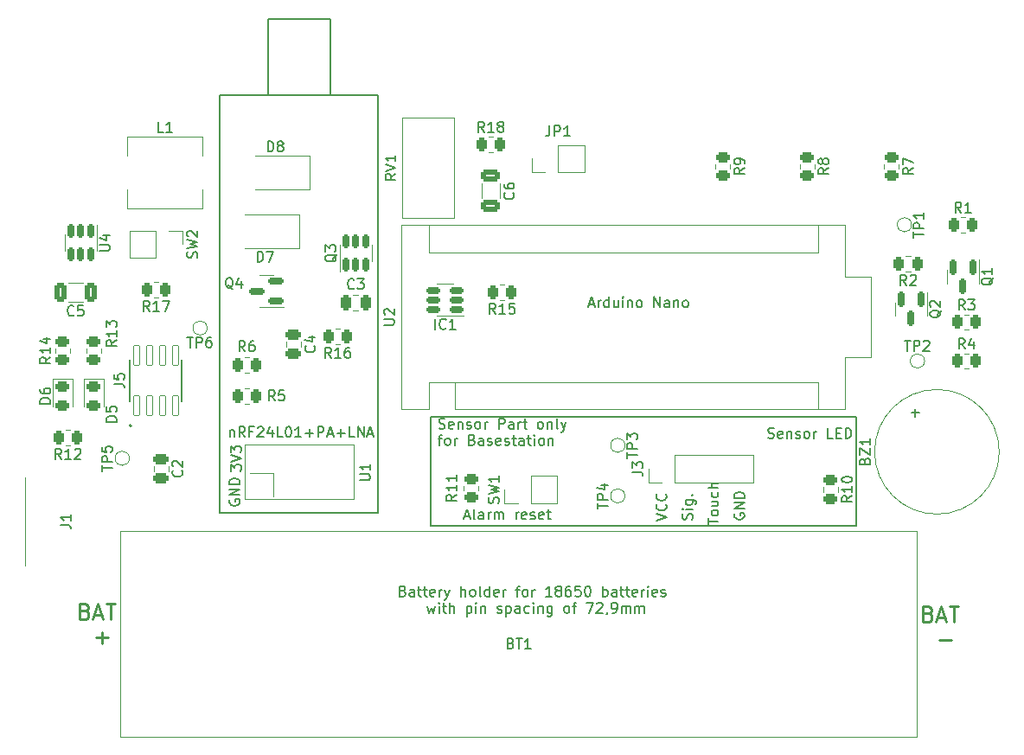
<source format=gto>
%TF.GenerationSoftware,KiCad,Pcbnew,(6.0.7)*%
%TF.CreationDate,2022-10-31T09:28:38+01:00*%
%TF.ProjectId,Callsystem,43616c6c-7379-4737-9465-6d2e6b696361,1*%
%TF.SameCoordinates,Original*%
%TF.FileFunction,Legend,Top*%
%TF.FilePolarity,Positive*%
%FSLAX46Y46*%
G04 Gerber Fmt 4.6, Leading zero omitted, Abs format (unit mm)*
G04 Created by KiCad (PCBNEW (6.0.7)) date 2022-10-31 09:28:38*
%MOMM*%
%LPD*%
G01*
G04 APERTURE LIST*
G04 Aperture macros list*
%AMRoundRect*
0 Rectangle with rounded corners*
0 $1 Rounding radius*
0 $2 $3 $4 $5 $6 $7 $8 $9 X,Y pos of 4 corners*
0 Add a 4 corners polygon primitive as box body*
4,1,4,$2,$3,$4,$5,$6,$7,$8,$9,$2,$3,0*
0 Add four circle primitives for the rounded corners*
1,1,$1+$1,$2,$3*
1,1,$1+$1,$4,$5*
1,1,$1+$1,$6,$7*
1,1,$1+$1,$8,$9*
0 Add four rect primitives between the rounded corners*
20,1,$1+$1,$2,$3,$4,$5,0*
20,1,$1+$1,$4,$5,$6,$7,0*
20,1,$1+$1,$6,$7,$8,$9,0*
20,1,$1+$1,$8,$9,$2,$3,0*%
G04 Aperture macros list end*
%ADD10C,0.150000*%
%ADD11C,0.250000*%
%ADD12C,0.100000*%
%ADD13C,0.120000*%
%ADD14C,0.127000*%
%ADD15C,0.200000*%
%ADD16R,2.000000X0.700000*%
%ADD17R,2.000000X0.760000*%
%ADD18R,2.000000X0.800000*%
%ADD19O,2.000000X1.100000*%
%ADD20R,1.700000X1.700000*%
%ADD21O,1.700000X1.700000*%
%ADD22RoundRect,0.250000X0.475000X-0.250000X0.475000X0.250000X-0.475000X0.250000X-0.475000X-0.250000X0*%
%ADD23RoundRect,0.250000X-0.262500X-0.450000X0.262500X-0.450000X0.262500X0.450000X-0.262500X0.450000X0*%
%ADD24RoundRect,0.150000X0.512500X0.150000X-0.512500X0.150000X-0.512500X-0.150000X0.512500X-0.150000X0*%
%ADD25RoundRect,0.250000X0.262500X0.450000X-0.262500X0.450000X-0.262500X-0.450000X0.262500X-0.450000X0*%
%ADD26C,3.200000*%
%ADD27RoundRect,0.250000X-0.650000X0.325000X-0.650000X-0.325000X0.650000X-0.325000X0.650000X0.325000X0*%
%ADD28RoundRect,0.150000X0.587500X0.150000X-0.587500X0.150000X-0.587500X-0.150000X0.587500X-0.150000X0*%
%ADD29RoundRect,0.150000X-0.150000X0.587500X-0.150000X-0.587500X0.150000X-0.587500X0.150000X0.587500X0*%
%ADD30RoundRect,0.250000X-0.475000X0.250000X-0.475000X-0.250000X0.475000X-0.250000X0.475000X0.250000X0*%
%ADD31R,1.600000X1.600000*%
%ADD32O,1.600000X1.600000*%
%ADD33RoundRect,0.042000X0.258000X-0.943000X0.258000X0.943000X-0.258000X0.943000X-0.258000X-0.943000X0*%
%ADD34R,3.302000X2.413000*%
%ADD35C,1.440000*%
%ADD36RoundRect,0.250000X0.250000X0.475000X-0.250000X0.475000X-0.250000X-0.475000X0.250000X-0.475000X0*%
%ADD37C,1.000000*%
%ADD38R,2.500000X1.800000*%
%ADD39RoundRect,0.250000X-0.450000X0.262500X-0.450000X-0.262500X0.450000X-0.262500X0.450000X0.262500X0*%
%ADD40RoundRect,0.150000X0.150000X-0.512500X0.150000X0.512500X-0.150000X0.512500X-0.150000X-0.512500X0*%
%ADD41R,3.500000X3.500000*%
%ADD42C,3.500000*%
%ADD43RoundRect,0.243750X-0.456250X0.243750X-0.456250X-0.243750X0.456250X-0.243750X0.456250X0.243750X0*%
%ADD44R,2.000000X2.000000*%
%ADD45C,2.000000*%
%ADD46RoundRect,0.250000X0.325000X0.650000X-0.325000X0.650000X-0.325000X-0.650000X0.325000X-0.650000X0*%
%ADD47RoundRect,0.150000X-0.150000X0.512500X-0.150000X-0.512500X0.150000X-0.512500X0.150000X0.512500X0*%
%ADD48R,2.050000X3.000000*%
%ADD49C,1.700000*%
G04 APERTURE END LIST*
D10*
X88900000Y-79756000D02*
X130556000Y-79756000D01*
X130556000Y-79756000D02*
X130556000Y-90424000D01*
X130556000Y-90424000D02*
X88900000Y-90424000D01*
X88900000Y-90424000D02*
X88900000Y-79756000D01*
X118626000Y-89234395D02*
X118578380Y-89329633D01*
X118578380Y-89472490D01*
X118626000Y-89615347D01*
X118721238Y-89710585D01*
X118816476Y-89758204D01*
X119006952Y-89805823D01*
X119149809Y-89805823D01*
X119340285Y-89758204D01*
X119435523Y-89710585D01*
X119530761Y-89615347D01*
X119578380Y-89472490D01*
X119578380Y-89377252D01*
X119530761Y-89234395D01*
X119483142Y-89186776D01*
X119149809Y-89186776D01*
X119149809Y-89377252D01*
X119578380Y-88758204D02*
X118578380Y-88758204D01*
X119578380Y-88186776D01*
X118578380Y-88186776D01*
X119578380Y-87710585D02*
X118578380Y-87710585D01*
X118578380Y-87472490D01*
X118626000Y-87329633D01*
X118721238Y-87234395D01*
X118816476Y-87186776D01*
X119006952Y-87139157D01*
X119149809Y-87139157D01*
X119340285Y-87186776D01*
X119435523Y-87234395D01*
X119530761Y-87329633D01*
X119578380Y-87472490D01*
X119578380Y-87710585D01*
X89695976Y-80879761D02*
X89838833Y-80927380D01*
X90076928Y-80927380D01*
X90172166Y-80879761D01*
X90219785Y-80832142D01*
X90267404Y-80736904D01*
X90267404Y-80641666D01*
X90219785Y-80546428D01*
X90172166Y-80498809D01*
X90076928Y-80451190D01*
X89886452Y-80403571D01*
X89791214Y-80355952D01*
X89743595Y-80308333D01*
X89695976Y-80213095D01*
X89695976Y-80117857D01*
X89743595Y-80022619D01*
X89791214Y-79975000D01*
X89886452Y-79927380D01*
X90124547Y-79927380D01*
X90267404Y-79975000D01*
X91076928Y-80879761D02*
X90981690Y-80927380D01*
X90791214Y-80927380D01*
X90695976Y-80879761D01*
X90648357Y-80784523D01*
X90648357Y-80403571D01*
X90695976Y-80308333D01*
X90791214Y-80260714D01*
X90981690Y-80260714D01*
X91076928Y-80308333D01*
X91124547Y-80403571D01*
X91124547Y-80498809D01*
X90648357Y-80594047D01*
X91553119Y-80260714D02*
X91553119Y-80927380D01*
X91553119Y-80355952D02*
X91600738Y-80308333D01*
X91695976Y-80260714D01*
X91838833Y-80260714D01*
X91934071Y-80308333D01*
X91981690Y-80403571D01*
X91981690Y-80927380D01*
X92410261Y-80879761D02*
X92505500Y-80927380D01*
X92695976Y-80927380D01*
X92791214Y-80879761D01*
X92838833Y-80784523D01*
X92838833Y-80736904D01*
X92791214Y-80641666D01*
X92695976Y-80594047D01*
X92553119Y-80594047D01*
X92457880Y-80546428D01*
X92410261Y-80451190D01*
X92410261Y-80403571D01*
X92457880Y-80308333D01*
X92553119Y-80260714D01*
X92695976Y-80260714D01*
X92791214Y-80308333D01*
X93410261Y-80927380D02*
X93315023Y-80879761D01*
X93267404Y-80832142D01*
X93219785Y-80736904D01*
X93219785Y-80451190D01*
X93267404Y-80355952D01*
X93315023Y-80308333D01*
X93410261Y-80260714D01*
X93553119Y-80260714D01*
X93648357Y-80308333D01*
X93695976Y-80355952D01*
X93743595Y-80451190D01*
X93743595Y-80736904D01*
X93695976Y-80832142D01*
X93648357Y-80879761D01*
X93553119Y-80927380D01*
X93410261Y-80927380D01*
X94172166Y-80927380D02*
X94172166Y-80260714D01*
X94172166Y-80451190D02*
X94219785Y-80355952D01*
X94267404Y-80308333D01*
X94362642Y-80260714D01*
X94457880Y-80260714D01*
X95553119Y-80927380D02*
X95553119Y-79927380D01*
X95934071Y-79927380D01*
X96029309Y-79975000D01*
X96076928Y-80022619D01*
X96124547Y-80117857D01*
X96124547Y-80260714D01*
X96076928Y-80355952D01*
X96029309Y-80403571D01*
X95934071Y-80451190D01*
X95553119Y-80451190D01*
X96981690Y-80927380D02*
X96981690Y-80403571D01*
X96934071Y-80308333D01*
X96838833Y-80260714D01*
X96648357Y-80260714D01*
X96553119Y-80308333D01*
X96981690Y-80879761D02*
X96886452Y-80927380D01*
X96648357Y-80927380D01*
X96553119Y-80879761D01*
X96505500Y-80784523D01*
X96505500Y-80689285D01*
X96553119Y-80594047D01*
X96648357Y-80546428D01*
X96886452Y-80546428D01*
X96981690Y-80498809D01*
X97457880Y-80927380D02*
X97457880Y-80260714D01*
X97457880Y-80451190D02*
X97505500Y-80355952D01*
X97553119Y-80308333D01*
X97648357Y-80260714D01*
X97743595Y-80260714D01*
X97934071Y-80260714D02*
X98315023Y-80260714D01*
X98076928Y-79927380D02*
X98076928Y-80784523D01*
X98124547Y-80879761D01*
X98219785Y-80927380D01*
X98315023Y-80927380D01*
X99553119Y-80927380D02*
X99457880Y-80879761D01*
X99410261Y-80832142D01*
X99362642Y-80736904D01*
X99362642Y-80451190D01*
X99410261Y-80355952D01*
X99457880Y-80308333D01*
X99553119Y-80260714D01*
X99695976Y-80260714D01*
X99791214Y-80308333D01*
X99838833Y-80355952D01*
X99886452Y-80451190D01*
X99886452Y-80736904D01*
X99838833Y-80832142D01*
X99791214Y-80879761D01*
X99695976Y-80927380D01*
X99553119Y-80927380D01*
X100315023Y-80260714D02*
X100315023Y-80927380D01*
X100315023Y-80355952D02*
X100362642Y-80308333D01*
X100457880Y-80260714D01*
X100600738Y-80260714D01*
X100695976Y-80308333D01*
X100743595Y-80403571D01*
X100743595Y-80927380D01*
X101362642Y-80927380D02*
X101267404Y-80879761D01*
X101219785Y-80784523D01*
X101219785Y-79927380D01*
X101648357Y-80260714D02*
X101886452Y-80927380D01*
X102124547Y-80260714D02*
X101886452Y-80927380D01*
X101791214Y-81165476D01*
X101743595Y-81213095D01*
X101648357Y-81260714D01*
X89600738Y-81870714D02*
X89981690Y-81870714D01*
X89743595Y-82537380D02*
X89743595Y-81680238D01*
X89791214Y-81585000D01*
X89886452Y-81537380D01*
X89981690Y-81537380D01*
X90457880Y-82537380D02*
X90362642Y-82489761D01*
X90315023Y-82442142D01*
X90267404Y-82346904D01*
X90267404Y-82061190D01*
X90315023Y-81965952D01*
X90362642Y-81918333D01*
X90457880Y-81870714D01*
X90600738Y-81870714D01*
X90695976Y-81918333D01*
X90743595Y-81965952D01*
X90791214Y-82061190D01*
X90791214Y-82346904D01*
X90743595Y-82442142D01*
X90695976Y-82489761D01*
X90600738Y-82537380D01*
X90457880Y-82537380D01*
X91219785Y-82537380D02*
X91219785Y-81870714D01*
X91219785Y-82061190D02*
X91267404Y-81965952D01*
X91315023Y-81918333D01*
X91410261Y-81870714D01*
X91505500Y-81870714D01*
X92934071Y-82013571D02*
X93076928Y-82061190D01*
X93124547Y-82108809D01*
X93172166Y-82204047D01*
X93172166Y-82346904D01*
X93124547Y-82442142D01*
X93076928Y-82489761D01*
X92981690Y-82537380D01*
X92600738Y-82537380D01*
X92600738Y-81537380D01*
X92934071Y-81537380D01*
X93029309Y-81585000D01*
X93076928Y-81632619D01*
X93124547Y-81727857D01*
X93124547Y-81823095D01*
X93076928Y-81918333D01*
X93029309Y-81965952D01*
X92934071Y-82013571D01*
X92600738Y-82013571D01*
X94029309Y-82537380D02*
X94029309Y-82013571D01*
X93981690Y-81918333D01*
X93886452Y-81870714D01*
X93695976Y-81870714D01*
X93600738Y-81918333D01*
X94029309Y-82489761D02*
X93934071Y-82537380D01*
X93695976Y-82537380D01*
X93600738Y-82489761D01*
X93553119Y-82394523D01*
X93553119Y-82299285D01*
X93600738Y-82204047D01*
X93695976Y-82156428D01*
X93934071Y-82156428D01*
X94029309Y-82108809D01*
X94457880Y-82489761D02*
X94553119Y-82537380D01*
X94743595Y-82537380D01*
X94838833Y-82489761D01*
X94886452Y-82394523D01*
X94886452Y-82346904D01*
X94838833Y-82251666D01*
X94743595Y-82204047D01*
X94600738Y-82204047D01*
X94505500Y-82156428D01*
X94457880Y-82061190D01*
X94457880Y-82013571D01*
X94505500Y-81918333D01*
X94600738Y-81870714D01*
X94743595Y-81870714D01*
X94838833Y-81918333D01*
X95695976Y-82489761D02*
X95600738Y-82537380D01*
X95410261Y-82537380D01*
X95315023Y-82489761D01*
X95267404Y-82394523D01*
X95267404Y-82013571D01*
X95315023Y-81918333D01*
X95410261Y-81870714D01*
X95600738Y-81870714D01*
X95695976Y-81918333D01*
X95743595Y-82013571D01*
X95743595Y-82108809D01*
X95267404Y-82204047D01*
X96124547Y-82489761D02*
X96219785Y-82537380D01*
X96410261Y-82537380D01*
X96505500Y-82489761D01*
X96553119Y-82394523D01*
X96553119Y-82346904D01*
X96505500Y-82251666D01*
X96410261Y-82204047D01*
X96267404Y-82204047D01*
X96172166Y-82156428D01*
X96124547Y-82061190D01*
X96124547Y-82013571D01*
X96172166Y-81918333D01*
X96267404Y-81870714D01*
X96410261Y-81870714D01*
X96505500Y-81918333D01*
X96838833Y-81870714D02*
X97219785Y-81870714D01*
X96981690Y-81537380D02*
X96981690Y-82394523D01*
X97029309Y-82489761D01*
X97124547Y-82537380D01*
X97219785Y-82537380D01*
X97981690Y-82537380D02*
X97981690Y-82013571D01*
X97934071Y-81918333D01*
X97838833Y-81870714D01*
X97648357Y-81870714D01*
X97553119Y-81918333D01*
X97981690Y-82489761D02*
X97886452Y-82537380D01*
X97648357Y-82537380D01*
X97553119Y-82489761D01*
X97505500Y-82394523D01*
X97505500Y-82299285D01*
X97553119Y-82204047D01*
X97648357Y-82156428D01*
X97886452Y-82156428D01*
X97981690Y-82108809D01*
X98315023Y-81870714D02*
X98695976Y-81870714D01*
X98457880Y-81537380D02*
X98457880Y-82394523D01*
X98505500Y-82489761D01*
X98600738Y-82537380D01*
X98695976Y-82537380D01*
X99029309Y-82537380D02*
X99029309Y-81870714D01*
X99029309Y-81537380D02*
X98981690Y-81585000D01*
X99029309Y-81632619D01*
X99076928Y-81585000D01*
X99029309Y-81537380D01*
X99029309Y-81632619D01*
X99648357Y-82537380D02*
X99553119Y-82489761D01*
X99505500Y-82442142D01*
X99457880Y-82346904D01*
X99457880Y-82061190D01*
X99505500Y-81965952D01*
X99553119Y-81918333D01*
X99648357Y-81870714D01*
X99791214Y-81870714D01*
X99886452Y-81918333D01*
X99934071Y-81965952D01*
X99981690Y-82061190D01*
X99981690Y-82346904D01*
X99934071Y-82442142D01*
X99886452Y-82489761D01*
X99791214Y-82537380D01*
X99648357Y-82537380D01*
X100410261Y-81870714D02*
X100410261Y-82537380D01*
X100410261Y-81965952D02*
X100457880Y-81918333D01*
X100553119Y-81870714D01*
X100695976Y-81870714D01*
X100791214Y-81918333D01*
X100838833Y-82013571D01*
X100838833Y-82537380D01*
X69223809Y-81065714D02*
X69223809Y-81732380D01*
X69223809Y-81160952D02*
X69271428Y-81113333D01*
X69366666Y-81065714D01*
X69509523Y-81065714D01*
X69604761Y-81113333D01*
X69652380Y-81208571D01*
X69652380Y-81732380D01*
X70700000Y-81732380D02*
X70366666Y-81256190D01*
X70128571Y-81732380D02*
X70128571Y-80732380D01*
X70509523Y-80732380D01*
X70604761Y-80780000D01*
X70652380Y-80827619D01*
X70700000Y-80922857D01*
X70700000Y-81065714D01*
X70652380Y-81160952D01*
X70604761Y-81208571D01*
X70509523Y-81256190D01*
X70128571Y-81256190D01*
X71461904Y-81208571D02*
X71128571Y-81208571D01*
X71128571Y-81732380D02*
X71128571Y-80732380D01*
X71604761Y-80732380D01*
X71938095Y-80827619D02*
X71985714Y-80780000D01*
X72080952Y-80732380D01*
X72319047Y-80732380D01*
X72414285Y-80780000D01*
X72461904Y-80827619D01*
X72509523Y-80922857D01*
X72509523Y-81018095D01*
X72461904Y-81160952D01*
X71890476Y-81732380D01*
X72509523Y-81732380D01*
X73366666Y-81065714D02*
X73366666Y-81732380D01*
X73128571Y-80684761D02*
X72890476Y-81399047D01*
X73509523Y-81399047D01*
X74366666Y-81732380D02*
X73890476Y-81732380D01*
X73890476Y-80732380D01*
X74890476Y-80732380D02*
X74985714Y-80732380D01*
X75080952Y-80780000D01*
X75128571Y-80827619D01*
X75176190Y-80922857D01*
X75223809Y-81113333D01*
X75223809Y-81351428D01*
X75176190Y-81541904D01*
X75128571Y-81637142D01*
X75080952Y-81684761D01*
X74985714Y-81732380D01*
X74890476Y-81732380D01*
X74795238Y-81684761D01*
X74747619Y-81637142D01*
X74700000Y-81541904D01*
X74652380Y-81351428D01*
X74652380Y-81113333D01*
X74700000Y-80922857D01*
X74747619Y-80827619D01*
X74795238Y-80780000D01*
X74890476Y-80732380D01*
X76176190Y-81732380D02*
X75604761Y-81732380D01*
X75890476Y-81732380D02*
X75890476Y-80732380D01*
X75795238Y-80875238D01*
X75700000Y-80970476D01*
X75604761Y-81018095D01*
X76604761Y-81351428D02*
X77366666Y-81351428D01*
X76985714Y-81732380D02*
X76985714Y-80970476D01*
X77842857Y-81732380D02*
X77842857Y-80732380D01*
X78223809Y-80732380D01*
X78319047Y-80780000D01*
X78366666Y-80827619D01*
X78414285Y-80922857D01*
X78414285Y-81065714D01*
X78366666Y-81160952D01*
X78319047Y-81208571D01*
X78223809Y-81256190D01*
X77842857Y-81256190D01*
X78795238Y-81446666D02*
X79271428Y-81446666D01*
X78700000Y-81732380D02*
X79033333Y-80732380D01*
X79366666Y-81732380D01*
X79700000Y-81351428D02*
X80461904Y-81351428D01*
X80080952Y-81732380D02*
X80080952Y-80970476D01*
X81414285Y-81732380D02*
X80938095Y-81732380D01*
X80938095Y-80732380D01*
X81747619Y-81732380D02*
X81747619Y-80732380D01*
X82319047Y-81732380D01*
X82319047Y-80732380D01*
X82747619Y-81446666D02*
X83223809Y-81446666D01*
X82652380Y-81732380D02*
X82985714Y-80732380D01*
X83319047Y-81732380D01*
X69302380Y-85058095D02*
X69302380Y-84439047D01*
X69683333Y-84772380D01*
X69683333Y-84629523D01*
X69730952Y-84534285D01*
X69778571Y-84486666D01*
X69873809Y-84439047D01*
X70111904Y-84439047D01*
X70207142Y-84486666D01*
X70254761Y-84534285D01*
X70302380Y-84629523D01*
X70302380Y-84915238D01*
X70254761Y-85010476D01*
X70207142Y-85058095D01*
X69302380Y-84153333D02*
X70302380Y-83820000D01*
X69302380Y-83486666D01*
X69302380Y-83248571D02*
X69302380Y-82629523D01*
X69683333Y-82962857D01*
X69683333Y-82820000D01*
X69730952Y-82724761D01*
X69778571Y-82677142D01*
X69873809Y-82629523D01*
X70111904Y-82629523D01*
X70207142Y-82677142D01*
X70254761Y-82724761D01*
X70302380Y-82820000D01*
X70302380Y-83105714D01*
X70254761Y-83200952D01*
X70207142Y-83248571D01*
X121912571Y-81811761D02*
X122055428Y-81859380D01*
X122293523Y-81859380D01*
X122388761Y-81811761D01*
X122436380Y-81764142D01*
X122484000Y-81668904D01*
X122484000Y-81573666D01*
X122436380Y-81478428D01*
X122388761Y-81430809D01*
X122293523Y-81383190D01*
X122103047Y-81335571D01*
X122007809Y-81287952D01*
X121960190Y-81240333D01*
X121912571Y-81145095D01*
X121912571Y-81049857D01*
X121960190Y-80954619D01*
X122007809Y-80907000D01*
X122103047Y-80859380D01*
X122341142Y-80859380D01*
X122484000Y-80907000D01*
X123293523Y-81811761D02*
X123198285Y-81859380D01*
X123007809Y-81859380D01*
X122912571Y-81811761D01*
X122864952Y-81716523D01*
X122864952Y-81335571D01*
X122912571Y-81240333D01*
X123007809Y-81192714D01*
X123198285Y-81192714D01*
X123293523Y-81240333D01*
X123341142Y-81335571D01*
X123341142Y-81430809D01*
X122864952Y-81526047D01*
X123769714Y-81192714D02*
X123769714Y-81859380D01*
X123769714Y-81287952D02*
X123817333Y-81240333D01*
X123912571Y-81192714D01*
X124055428Y-81192714D01*
X124150666Y-81240333D01*
X124198285Y-81335571D01*
X124198285Y-81859380D01*
X124626857Y-81811761D02*
X124722095Y-81859380D01*
X124912571Y-81859380D01*
X125007809Y-81811761D01*
X125055428Y-81716523D01*
X125055428Y-81668904D01*
X125007809Y-81573666D01*
X124912571Y-81526047D01*
X124769714Y-81526047D01*
X124674476Y-81478428D01*
X124626857Y-81383190D01*
X124626857Y-81335571D01*
X124674476Y-81240333D01*
X124769714Y-81192714D01*
X124912571Y-81192714D01*
X125007809Y-81240333D01*
X125626857Y-81859380D02*
X125531619Y-81811761D01*
X125484000Y-81764142D01*
X125436380Y-81668904D01*
X125436380Y-81383190D01*
X125484000Y-81287952D01*
X125531619Y-81240333D01*
X125626857Y-81192714D01*
X125769714Y-81192714D01*
X125864952Y-81240333D01*
X125912571Y-81287952D01*
X125960190Y-81383190D01*
X125960190Y-81668904D01*
X125912571Y-81764142D01*
X125864952Y-81811761D01*
X125769714Y-81859380D01*
X125626857Y-81859380D01*
X126388761Y-81859380D02*
X126388761Y-81192714D01*
X126388761Y-81383190D02*
X126436380Y-81287952D01*
X126484000Y-81240333D01*
X126579238Y-81192714D01*
X126674476Y-81192714D01*
X128245904Y-81859380D02*
X127769714Y-81859380D01*
X127769714Y-80859380D01*
X128579238Y-81335571D02*
X128912571Y-81335571D01*
X129055428Y-81859380D02*
X128579238Y-81859380D01*
X128579238Y-80859380D01*
X129055428Y-80859380D01*
X129484000Y-81859380D02*
X129484000Y-80859380D01*
X129722095Y-80859380D01*
X129864952Y-80907000D01*
X129960190Y-81002238D01*
X130007809Y-81097476D01*
X130055428Y-81287952D01*
X130055428Y-81430809D01*
X130007809Y-81621285D01*
X129960190Y-81716523D01*
X129864952Y-81811761D01*
X129722095Y-81859380D01*
X129484000Y-81859380D01*
X116027380Y-90282261D02*
X116027380Y-89710833D01*
X117027380Y-89996547D02*
X116027380Y-89996547D01*
X117027380Y-89234642D02*
X116979761Y-89329880D01*
X116932142Y-89377500D01*
X116836904Y-89425119D01*
X116551190Y-89425119D01*
X116455952Y-89377500D01*
X116408333Y-89329880D01*
X116360714Y-89234642D01*
X116360714Y-89091785D01*
X116408333Y-88996547D01*
X116455952Y-88948928D01*
X116551190Y-88901309D01*
X116836904Y-88901309D01*
X116932142Y-88948928D01*
X116979761Y-88996547D01*
X117027380Y-89091785D01*
X117027380Y-89234642D01*
X116360714Y-88044166D02*
X117027380Y-88044166D01*
X116360714Y-88472738D02*
X116884523Y-88472738D01*
X116979761Y-88425119D01*
X117027380Y-88329880D01*
X117027380Y-88187023D01*
X116979761Y-88091785D01*
X116932142Y-88044166D01*
X116979761Y-87139404D02*
X117027380Y-87234642D01*
X117027380Y-87425119D01*
X116979761Y-87520357D01*
X116932142Y-87567976D01*
X116836904Y-87615595D01*
X116551190Y-87615595D01*
X116455952Y-87567976D01*
X116408333Y-87520357D01*
X116360714Y-87425119D01*
X116360714Y-87234642D01*
X116408333Y-87139404D01*
X117027380Y-86710833D02*
X116027380Y-86710833D01*
X117027380Y-86282261D02*
X116503571Y-86282261D01*
X116408333Y-86329880D01*
X116360714Y-86425119D01*
X116360714Y-86567976D01*
X116408333Y-86663214D01*
X116455952Y-86710833D01*
X110958380Y-89901061D02*
X111958380Y-89567728D01*
X110958380Y-89234395D01*
X111863142Y-88329633D02*
X111910761Y-88377252D01*
X111958380Y-88520109D01*
X111958380Y-88615347D01*
X111910761Y-88758204D01*
X111815523Y-88853442D01*
X111720285Y-88901061D01*
X111529809Y-88948680D01*
X111386952Y-88948680D01*
X111196476Y-88901061D01*
X111101238Y-88853442D01*
X111006000Y-88758204D01*
X110958380Y-88615347D01*
X110958380Y-88520109D01*
X111006000Y-88377252D01*
X111053619Y-88329633D01*
X111863142Y-87329633D02*
X111910761Y-87377252D01*
X111958380Y-87520109D01*
X111958380Y-87615347D01*
X111910761Y-87758204D01*
X111815523Y-87853442D01*
X111720285Y-87901061D01*
X111529809Y-87948680D01*
X111386952Y-87948680D01*
X111196476Y-87901061D01*
X111101238Y-87853442D01*
X111006000Y-87758204D01*
X110958380Y-87615347D01*
X110958380Y-87520109D01*
X111006000Y-87377252D01*
X111053619Y-87329633D01*
X114450761Y-89805823D02*
X114498380Y-89662966D01*
X114498380Y-89424871D01*
X114450761Y-89329633D01*
X114403142Y-89282014D01*
X114307904Y-89234395D01*
X114212666Y-89234395D01*
X114117428Y-89282014D01*
X114069809Y-89329633D01*
X114022190Y-89424871D01*
X113974571Y-89615347D01*
X113926952Y-89710585D01*
X113879333Y-89758204D01*
X113784095Y-89805823D01*
X113688857Y-89805823D01*
X113593619Y-89758204D01*
X113546000Y-89710585D01*
X113498380Y-89615347D01*
X113498380Y-89377252D01*
X113546000Y-89234395D01*
X114498380Y-88805823D02*
X113831714Y-88805823D01*
X113498380Y-88805823D02*
X113546000Y-88853442D01*
X113593619Y-88805823D01*
X113546000Y-88758204D01*
X113498380Y-88805823D01*
X113593619Y-88805823D01*
X113831714Y-87901061D02*
X114641238Y-87901061D01*
X114736476Y-87948680D01*
X114784095Y-87996300D01*
X114831714Y-88091538D01*
X114831714Y-88234395D01*
X114784095Y-88329633D01*
X114450761Y-87901061D02*
X114498380Y-87996300D01*
X114498380Y-88186776D01*
X114450761Y-88282014D01*
X114403142Y-88329633D01*
X114307904Y-88377252D01*
X114022190Y-88377252D01*
X113926952Y-88329633D01*
X113879333Y-88282014D01*
X113831714Y-88186776D01*
X113831714Y-87996300D01*
X113879333Y-87901061D01*
X114403142Y-87424871D02*
X114450761Y-87377252D01*
X114498380Y-87424871D01*
X114450761Y-87472490D01*
X114403142Y-87424871D01*
X114498380Y-87424871D01*
X92175533Y-89498466D02*
X92651723Y-89498466D01*
X92080295Y-89784180D02*
X92413628Y-88784180D01*
X92746961Y-89784180D01*
X93223152Y-89784180D02*
X93127914Y-89736561D01*
X93080295Y-89641323D01*
X93080295Y-88784180D01*
X94032676Y-89784180D02*
X94032676Y-89260371D01*
X93985057Y-89165133D01*
X93889819Y-89117514D01*
X93699342Y-89117514D01*
X93604104Y-89165133D01*
X94032676Y-89736561D02*
X93937438Y-89784180D01*
X93699342Y-89784180D01*
X93604104Y-89736561D01*
X93556485Y-89641323D01*
X93556485Y-89546085D01*
X93604104Y-89450847D01*
X93699342Y-89403228D01*
X93937438Y-89403228D01*
X94032676Y-89355609D01*
X94508866Y-89784180D02*
X94508866Y-89117514D01*
X94508866Y-89307990D02*
X94556485Y-89212752D01*
X94604104Y-89165133D01*
X94699342Y-89117514D01*
X94794580Y-89117514D01*
X95127914Y-89784180D02*
X95127914Y-89117514D01*
X95127914Y-89212752D02*
X95175533Y-89165133D01*
X95270771Y-89117514D01*
X95413628Y-89117514D01*
X95508866Y-89165133D01*
X95556485Y-89260371D01*
X95556485Y-89784180D01*
X95556485Y-89260371D02*
X95604104Y-89165133D01*
X95699342Y-89117514D01*
X95842200Y-89117514D01*
X95937438Y-89165133D01*
X95985057Y-89260371D01*
X95985057Y-89784180D01*
X97223152Y-89784180D02*
X97223152Y-89117514D01*
X97223152Y-89307990D02*
X97270771Y-89212752D01*
X97318390Y-89165133D01*
X97413628Y-89117514D01*
X97508866Y-89117514D01*
X98223152Y-89736561D02*
X98127914Y-89784180D01*
X97937438Y-89784180D01*
X97842200Y-89736561D01*
X97794580Y-89641323D01*
X97794580Y-89260371D01*
X97842200Y-89165133D01*
X97937438Y-89117514D01*
X98127914Y-89117514D01*
X98223152Y-89165133D01*
X98270771Y-89260371D01*
X98270771Y-89355609D01*
X97794580Y-89450847D01*
X98651723Y-89736561D02*
X98746961Y-89784180D01*
X98937438Y-89784180D01*
X99032676Y-89736561D01*
X99080295Y-89641323D01*
X99080295Y-89593704D01*
X99032676Y-89498466D01*
X98937438Y-89450847D01*
X98794580Y-89450847D01*
X98699342Y-89403228D01*
X98651723Y-89307990D01*
X98651723Y-89260371D01*
X98699342Y-89165133D01*
X98794580Y-89117514D01*
X98937438Y-89117514D01*
X99032676Y-89165133D01*
X99889819Y-89736561D02*
X99794580Y-89784180D01*
X99604104Y-89784180D01*
X99508866Y-89736561D01*
X99461247Y-89641323D01*
X99461247Y-89260371D01*
X99508866Y-89165133D01*
X99604104Y-89117514D01*
X99794580Y-89117514D01*
X99889819Y-89165133D01*
X99937438Y-89260371D01*
X99937438Y-89355609D01*
X99461247Y-89450847D01*
X100223152Y-89117514D02*
X100604104Y-89117514D01*
X100366009Y-88784180D02*
X100366009Y-89641323D01*
X100413628Y-89736561D01*
X100508866Y-89784180D01*
X100604104Y-89784180D01*
X104362857Y-68746666D02*
X104839047Y-68746666D01*
X104267619Y-69032380D02*
X104600952Y-68032380D01*
X104934285Y-69032380D01*
X105267619Y-69032380D02*
X105267619Y-68365714D01*
X105267619Y-68556190D02*
X105315238Y-68460952D01*
X105362857Y-68413333D01*
X105458095Y-68365714D01*
X105553333Y-68365714D01*
X106315238Y-69032380D02*
X106315238Y-68032380D01*
X106315238Y-68984761D02*
X106220000Y-69032380D01*
X106029523Y-69032380D01*
X105934285Y-68984761D01*
X105886666Y-68937142D01*
X105839047Y-68841904D01*
X105839047Y-68556190D01*
X105886666Y-68460952D01*
X105934285Y-68413333D01*
X106029523Y-68365714D01*
X106220000Y-68365714D01*
X106315238Y-68413333D01*
X107220000Y-68365714D02*
X107220000Y-69032380D01*
X106791428Y-68365714D02*
X106791428Y-68889523D01*
X106839047Y-68984761D01*
X106934285Y-69032380D01*
X107077142Y-69032380D01*
X107172380Y-68984761D01*
X107220000Y-68937142D01*
X107696190Y-69032380D02*
X107696190Y-68365714D01*
X107696190Y-68032380D02*
X107648571Y-68080000D01*
X107696190Y-68127619D01*
X107743809Y-68080000D01*
X107696190Y-68032380D01*
X107696190Y-68127619D01*
X108172380Y-68365714D02*
X108172380Y-69032380D01*
X108172380Y-68460952D02*
X108220000Y-68413333D01*
X108315238Y-68365714D01*
X108458095Y-68365714D01*
X108553333Y-68413333D01*
X108600952Y-68508571D01*
X108600952Y-69032380D01*
X109220000Y-69032380D02*
X109124761Y-68984761D01*
X109077142Y-68937142D01*
X109029523Y-68841904D01*
X109029523Y-68556190D01*
X109077142Y-68460952D01*
X109124761Y-68413333D01*
X109220000Y-68365714D01*
X109362857Y-68365714D01*
X109458095Y-68413333D01*
X109505714Y-68460952D01*
X109553333Y-68556190D01*
X109553333Y-68841904D01*
X109505714Y-68937142D01*
X109458095Y-68984761D01*
X109362857Y-69032380D01*
X109220000Y-69032380D01*
X110743809Y-69032380D02*
X110743809Y-68032380D01*
X111315238Y-69032380D01*
X111315238Y-68032380D01*
X112220000Y-69032380D02*
X112220000Y-68508571D01*
X112172380Y-68413333D01*
X112077142Y-68365714D01*
X111886666Y-68365714D01*
X111791428Y-68413333D01*
X112220000Y-68984761D02*
X112124761Y-69032380D01*
X111886666Y-69032380D01*
X111791428Y-68984761D01*
X111743809Y-68889523D01*
X111743809Y-68794285D01*
X111791428Y-68699047D01*
X111886666Y-68651428D01*
X112124761Y-68651428D01*
X112220000Y-68603809D01*
X112696190Y-68365714D02*
X112696190Y-69032380D01*
X112696190Y-68460952D02*
X112743809Y-68413333D01*
X112839047Y-68365714D01*
X112981904Y-68365714D01*
X113077142Y-68413333D01*
X113124761Y-68508571D01*
X113124761Y-69032380D01*
X113743809Y-69032380D02*
X113648571Y-68984761D01*
X113600952Y-68937142D01*
X113553333Y-68841904D01*
X113553333Y-68556190D01*
X113600952Y-68460952D01*
X113648571Y-68413333D01*
X113743809Y-68365714D01*
X113886666Y-68365714D01*
X113981904Y-68413333D01*
X114029523Y-68460952D01*
X114077142Y-68556190D01*
X114077142Y-68841904D01*
X114029523Y-68937142D01*
X113981904Y-68984761D01*
X113886666Y-69032380D01*
X113743809Y-69032380D01*
D11*
X55026857Y-98761357D02*
X55241142Y-98832785D01*
X55312571Y-98904214D01*
X55384000Y-99047071D01*
X55384000Y-99261357D01*
X55312571Y-99404214D01*
X55241142Y-99475642D01*
X55098285Y-99547071D01*
X54526857Y-99547071D01*
X54526857Y-98047071D01*
X55026857Y-98047071D01*
X55169714Y-98118500D01*
X55241142Y-98189928D01*
X55312571Y-98332785D01*
X55312571Y-98475642D01*
X55241142Y-98618500D01*
X55169714Y-98689928D01*
X55026857Y-98761357D01*
X54526857Y-98761357D01*
X55955428Y-99118500D02*
X56669714Y-99118500D01*
X55812571Y-99547071D02*
X56312571Y-98047071D01*
X56812571Y-99547071D01*
X57098285Y-98047071D02*
X57955428Y-98047071D01*
X57526857Y-99547071D02*
X57526857Y-98047071D01*
X56134000Y-101390642D02*
X57276857Y-101390642D01*
X56705428Y-101962071D02*
X56705428Y-100819214D01*
X137576857Y-99015357D02*
X137791142Y-99086785D01*
X137862571Y-99158214D01*
X137934000Y-99301071D01*
X137934000Y-99515357D01*
X137862571Y-99658214D01*
X137791142Y-99729642D01*
X137648285Y-99801071D01*
X137076857Y-99801071D01*
X137076857Y-98301071D01*
X137576857Y-98301071D01*
X137719714Y-98372500D01*
X137791142Y-98443928D01*
X137862571Y-98586785D01*
X137862571Y-98729642D01*
X137791142Y-98872500D01*
X137719714Y-98943928D01*
X137576857Y-99015357D01*
X137076857Y-99015357D01*
X138505428Y-99372500D02*
X139219714Y-99372500D01*
X138362571Y-99801071D02*
X138862571Y-98301071D01*
X139362571Y-99801071D01*
X139648285Y-98301071D02*
X140505428Y-98301071D01*
X140076857Y-99801071D02*
X140076857Y-98301071D01*
X138684000Y-101644642D02*
X139826857Y-101644642D01*
D10*
X69223000Y-87883904D02*
X69175380Y-87979142D01*
X69175380Y-88122000D01*
X69223000Y-88264857D01*
X69318238Y-88360095D01*
X69413476Y-88407714D01*
X69603952Y-88455333D01*
X69746809Y-88455333D01*
X69937285Y-88407714D01*
X70032523Y-88360095D01*
X70127761Y-88264857D01*
X70175380Y-88122000D01*
X70175380Y-88026761D01*
X70127761Y-87883904D01*
X70080142Y-87836285D01*
X69746809Y-87836285D01*
X69746809Y-88026761D01*
X70175380Y-87407714D02*
X69175380Y-87407714D01*
X70175380Y-86836285D01*
X69175380Y-86836285D01*
X70175380Y-86360095D02*
X69175380Y-86360095D01*
X69175380Y-86122000D01*
X69223000Y-85979142D01*
X69318238Y-85883904D01*
X69413476Y-85836285D01*
X69603952Y-85788666D01*
X69746809Y-85788666D01*
X69937285Y-85836285D01*
X70032523Y-85883904D01*
X70127761Y-85979142D01*
X70175380Y-86122000D01*
X70175380Y-86360095D01*
X86152380Y-96823571D02*
X86295238Y-96871190D01*
X86342857Y-96918809D01*
X86390476Y-97014047D01*
X86390476Y-97156904D01*
X86342857Y-97252142D01*
X86295238Y-97299761D01*
X86199999Y-97347380D01*
X85819047Y-97347380D01*
X85819047Y-96347380D01*
X86152380Y-96347380D01*
X86247619Y-96395000D01*
X86295238Y-96442619D01*
X86342857Y-96537857D01*
X86342857Y-96633095D01*
X86295238Y-96728333D01*
X86247619Y-96775952D01*
X86152380Y-96823571D01*
X85819047Y-96823571D01*
X87247619Y-97347380D02*
X87247619Y-96823571D01*
X87199999Y-96728333D01*
X87104761Y-96680714D01*
X86914285Y-96680714D01*
X86819047Y-96728333D01*
X87247619Y-97299761D02*
X87152380Y-97347380D01*
X86914285Y-97347380D01*
X86819047Y-97299761D01*
X86771428Y-97204523D01*
X86771428Y-97109285D01*
X86819047Y-97014047D01*
X86914285Y-96966428D01*
X87152380Y-96966428D01*
X87247619Y-96918809D01*
X87580952Y-96680714D02*
X87961904Y-96680714D01*
X87723809Y-96347380D02*
X87723809Y-97204523D01*
X87771428Y-97299761D01*
X87866666Y-97347380D01*
X87961904Y-97347380D01*
X88152380Y-96680714D02*
X88533333Y-96680714D01*
X88295238Y-96347380D02*
X88295238Y-97204523D01*
X88342857Y-97299761D01*
X88438095Y-97347380D01*
X88533333Y-97347380D01*
X89247619Y-97299761D02*
X89152380Y-97347380D01*
X88961904Y-97347380D01*
X88866666Y-97299761D01*
X88819047Y-97204523D01*
X88819047Y-96823571D01*
X88866666Y-96728333D01*
X88961904Y-96680714D01*
X89152380Y-96680714D01*
X89247619Y-96728333D01*
X89295238Y-96823571D01*
X89295238Y-96918809D01*
X88819047Y-97014047D01*
X89723809Y-97347380D02*
X89723809Y-96680714D01*
X89723809Y-96871190D02*
X89771428Y-96775952D01*
X89819047Y-96728333D01*
X89914285Y-96680714D01*
X90009523Y-96680714D01*
X90247619Y-96680714D02*
X90485714Y-97347380D01*
X90723809Y-96680714D02*
X90485714Y-97347380D01*
X90390476Y-97585476D01*
X90342857Y-97633095D01*
X90247619Y-97680714D01*
X91866666Y-97347380D02*
X91866666Y-96347380D01*
X92295238Y-97347380D02*
X92295238Y-96823571D01*
X92247619Y-96728333D01*
X92152380Y-96680714D01*
X92009523Y-96680714D01*
X91914285Y-96728333D01*
X91866666Y-96775952D01*
X92914285Y-97347380D02*
X92819047Y-97299761D01*
X92771428Y-97252142D01*
X92723809Y-97156904D01*
X92723809Y-96871190D01*
X92771428Y-96775952D01*
X92819047Y-96728333D01*
X92914285Y-96680714D01*
X93057142Y-96680714D01*
X93152380Y-96728333D01*
X93200000Y-96775952D01*
X93247619Y-96871190D01*
X93247619Y-97156904D01*
X93200000Y-97252142D01*
X93152380Y-97299761D01*
X93057142Y-97347380D01*
X92914285Y-97347380D01*
X93819047Y-97347380D02*
X93723809Y-97299761D01*
X93676190Y-97204523D01*
X93676190Y-96347380D01*
X94628571Y-97347380D02*
X94628571Y-96347380D01*
X94628571Y-97299761D02*
X94533333Y-97347380D01*
X94342857Y-97347380D01*
X94247619Y-97299761D01*
X94200000Y-97252142D01*
X94152380Y-97156904D01*
X94152380Y-96871190D01*
X94200000Y-96775952D01*
X94247619Y-96728333D01*
X94342857Y-96680714D01*
X94533333Y-96680714D01*
X94628571Y-96728333D01*
X95485714Y-97299761D02*
X95390476Y-97347380D01*
X95200000Y-97347380D01*
X95104761Y-97299761D01*
X95057142Y-97204523D01*
X95057142Y-96823571D01*
X95104761Y-96728333D01*
X95200000Y-96680714D01*
X95390476Y-96680714D01*
X95485714Y-96728333D01*
X95533333Y-96823571D01*
X95533333Y-96918809D01*
X95057142Y-97014047D01*
X95961904Y-97347380D02*
X95961904Y-96680714D01*
X95961904Y-96871190D02*
X96009523Y-96775952D01*
X96057142Y-96728333D01*
X96152380Y-96680714D01*
X96247619Y-96680714D01*
X97199999Y-96680714D02*
X97580952Y-96680714D01*
X97342857Y-97347380D02*
X97342857Y-96490238D01*
X97390476Y-96395000D01*
X97485714Y-96347380D01*
X97580952Y-96347380D01*
X98057142Y-97347380D02*
X97961904Y-97299761D01*
X97914285Y-97252142D01*
X97866666Y-97156904D01*
X97866666Y-96871190D01*
X97914285Y-96775952D01*
X97961904Y-96728333D01*
X98057142Y-96680714D01*
X98199999Y-96680714D01*
X98295238Y-96728333D01*
X98342857Y-96775952D01*
X98390476Y-96871190D01*
X98390476Y-97156904D01*
X98342857Y-97252142D01*
X98295238Y-97299761D01*
X98199999Y-97347380D01*
X98057142Y-97347380D01*
X98819047Y-97347380D02*
X98819047Y-96680714D01*
X98819047Y-96871190D02*
X98866666Y-96775952D01*
X98914285Y-96728333D01*
X99009523Y-96680714D01*
X99104761Y-96680714D01*
X100723809Y-97347380D02*
X100152380Y-97347380D01*
X100438095Y-97347380D02*
X100438095Y-96347380D01*
X100342857Y-96490238D01*
X100247619Y-96585476D01*
X100152380Y-96633095D01*
X101295238Y-96775952D02*
X101199999Y-96728333D01*
X101152380Y-96680714D01*
X101104761Y-96585476D01*
X101104761Y-96537857D01*
X101152380Y-96442619D01*
X101199999Y-96395000D01*
X101295238Y-96347380D01*
X101485714Y-96347380D01*
X101580952Y-96395000D01*
X101628571Y-96442619D01*
X101676190Y-96537857D01*
X101676190Y-96585476D01*
X101628571Y-96680714D01*
X101580952Y-96728333D01*
X101485714Y-96775952D01*
X101295238Y-96775952D01*
X101199999Y-96823571D01*
X101152380Y-96871190D01*
X101104761Y-96966428D01*
X101104761Y-97156904D01*
X101152380Y-97252142D01*
X101199999Y-97299761D01*
X101295238Y-97347380D01*
X101485714Y-97347380D01*
X101580952Y-97299761D01*
X101628571Y-97252142D01*
X101676190Y-97156904D01*
X101676190Y-96966428D01*
X101628571Y-96871190D01*
X101580952Y-96823571D01*
X101485714Y-96775952D01*
X102533333Y-96347380D02*
X102342857Y-96347380D01*
X102247619Y-96395000D01*
X102199999Y-96442619D01*
X102104761Y-96585476D01*
X102057142Y-96775952D01*
X102057142Y-97156904D01*
X102104761Y-97252142D01*
X102152380Y-97299761D01*
X102247619Y-97347380D01*
X102438095Y-97347380D01*
X102533333Y-97299761D01*
X102580952Y-97252142D01*
X102628571Y-97156904D01*
X102628571Y-96918809D01*
X102580952Y-96823571D01*
X102533333Y-96775952D01*
X102438095Y-96728333D01*
X102247619Y-96728333D01*
X102152380Y-96775952D01*
X102104761Y-96823571D01*
X102057142Y-96918809D01*
X103533333Y-96347380D02*
X103057142Y-96347380D01*
X103009523Y-96823571D01*
X103057142Y-96775952D01*
X103152380Y-96728333D01*
X103390476Y-96728333D01*
X103485714Y-96775952D01*
X103533333Y-96823571D01*
X103580952Y-96918809D01*
X103580952Y-97156904D01*
X103533333Y-97252142D01*
X103485714Y-97299761D01*
X103390476Y-97347380D01*
X103152380Y-97347380D01*
X103057142Y-97299761D01*
X103009523Y-97252142D01*
X104199999Y-96347380D02*
X104295238Y-96347380D01*
X104390476Y-96395000D01*
X104438095Y-96442619D01*
X104485714Y-96537857D01*
X104533333Y-96728333D01*
X104533333Y-96966428D01*
X104485714Y-97156904D01*
X104438095Y-97252142D01*
X104390476Y-97299761D01*
X104295238Y-97347380D01*
X104199999Y-97347380D01*
X104104761Y-97299761D01*
X104057142Y-97252142D01*
X104009523Y-97156904D01*
X103961904Y-96966428D01*
X103961904Y-96728333D01*
X104009523Y-96537857D01*
X104057142Y-96442619D01*
X104104761Y-96395000D01*
X104199999Y-96347380D01*
X105723809Y-97347380D02*
X105723809Y-96347380D01*
X105723809Y-96728333D02*
X105819047Y-96680714D01*
X106009523Y-96680714D01*
X106104761Y-96728333D01*
X106152380Y-96775952D01*
X106199999Y-96871190D01*
X106199999Y-97156904D01*
X106152380Y-97252142D01*
X106104761Y-97299761D01*
X106009523Y-97347380D01*
X105819047Y-97347380D01*
X105723809Y-97299761D01*
X107057142Y-97347380D02*
X107057142Y-96823571D01*
X107009523Y-96728333D01*
X106914285Y-96680714D01*
X106723809Y-96680714D01*
X106628571Y-96728333D01*
X107057142Y-97299761D02*
X106961904Y-97347380D01*
X106723809Y-97347380D01*
X106628571Y-97299761D01*
X106580952Y-97204523D01*
X106580952Y-97109285D01*
X106628571Y-97014047D01*
X106723809Y-96966428D01*
X106961904Y-96966428D01*
X107057142Y-96918809D01*
X107390476Y-96680714D02*
X107771428Y-96680714D01*
X107533333Y-96347380D02*
X107533333Y-97204523D01*
X107580952Y-97299761D01*
X107676190Y-97347380D01*
X107771428Y-97347380D01*
X107961904Y-96680714D02*
X108342857Y-96680714D01*
X108104761Y-96347380D02*
X108104761Y-97204523D01*
X108152380Y-97299761D01*
X108247619Y-97347380D01*
X108342857Y-97347380D01*
X109057142Y-97299761D02*
X108961904Y-97347380D01*
X108771428Y-97347380D01*
X108676190Y-97299761D01*
X108628571Y-97204523D01*
X108628571Y-96823571D01*
X108676190Y-96728333D01*
X108771428Y-96680714D01*
X108961904Y-96680714D01*
X109057142Y-96728333D01*
X109104761Y-96823571D01*
X109104761Y-96918809D01*
X108628571Y-97014047D01*
X109533333Y-97347380D02*
X109533333Y-96680714D01*
X109533333Y-96871190D02*
X109580952Y-96775952D01*
X109628571Y-96728333D01*
X109723809Y-96680714D01*
X109819047Y-96680714D01*
X110152380Y-97347380D02*
X110152380Y-96680714D01*
X110152380Y-96347380D02*
X110104761Y-96395000D01*
X110152380Y-96442619D01*
X110199999Y-96395000D01*
X110152380Y-96347380D01*
X110152380Y-96442619D01*
X111009523Y-97299761D02*
X110914285Y-97347380D01*
X110723809Y-97347380D01*
X110628571Y-97299761D01*
X110580952Y-97204523D01*
X110580952Y-96823571D01*
X110628571Y-96728333D01*
X110723809Y-96680714D01*
X110914285Y-96680714D01*
X111009523Y-96728333D01*
X111057142Y-96823571D01*
X111057142Y-96918809D01*
X110580952Y-97014047D01*
X111438095Y-97299761D02*
X111533333Y-97347380D01*
X111723809Y-97347380D01*
X111819047Y-97299761D01*
X111866666Y-97204523D01*
X111866666Y-97156904D01*
X111819047Y-97061666D01*
X111723809Y-97014047D01*
X111580952Y-97014047D01*
X111485714Y-96966428D01*
X111438095Y-96871190D01*
X111438095Y-96823571D01*
X111485714Y-96728333D01*
X111580952Y-96680714D01*
X111723809Y-96680714D01*
X111819047Y-96728333D01*
X88557142Y-98290714D02*
X88747619Y-98957380D01*
X88938095Y-98481190D01*
X89128571Y-98957380D01*
X89319047Y-98290714D01*
X89700000Y-98957380D02*
X89700000Y-98290714D01*
X89700000Y-97957380D02*
X89652380Y-98005000D01*
X89700000Y-98052619D01*
X89747619Y-98005000D01*
X89700000Y-97957380D01*
X89700000Y-98052619D01*
X90033333Y-98290714D02*
X90414285Y-98290714D01*
X90176190Y-97957380D02*
X90176190Y-98814523D01*
X90223809Y-98909761D01*
X90319047Y-98957380D01*
X90414285Y-98957380D01*
X90747619Y-98957380D02*
X90747619Y-97957380D01*
X91176190Y-98957380D02*
X91176190Y-98433571D01*
X91128571Y-98338333D01*
X91033333Y-98290714D01*
X90890476Y-98290714D01*
X90795238Y-98338333D01*
X90747619Y-98385952D01*
X92414285Y-98290714D02*
X92414285Y-99290714D01*
X92414285Y-98338333D02*
X92509523Y-98290714D01*
X92700000Y-98290714D01*
X92795238Y-98338333D01*
X92842857Y-98385952D01*
X92890476Y-98481190D01*
X92890476Y-98766904D01*
X92842857Y-98862142D01*
X92795238Y-98909761D01*
X92700000Y-98957380D01*
X92509523Y-98957380D01*
X92414285Y-98909761D01*
X93319047Y-98957380D02*
X93319047Y-98290714D01*
X93319047Y-97957380D02*
X93271428Y-98005000D01*
X93319047Y-98052619D01*
X93366666Y-98005000D01*
X93319047Y-97957380D01*
X93319047Y-98052619D01*
X93795238Y-98290714D02*
X93795238Y-98957380D01*
X93795238Y-98385952D02*
X93842857Y-98338333D01*
X93938095Y-98290714D01*
X94080952Y-98290714D01*
X94176190Y-98338333D01*
X94223809Y-98433571D01*
X94223809Y-98957380D01*
X95414285Y-98909761D02*
X95509523Y-98957380D01*
X95700000Y-98957380D01*
X95795238Y-98909761D01*
X95842857Y-98814523D01*
X95842857Y-98766904D01*
X95795238Y-98671666D01*
X95700000Y-98624047D01*
X95557142Y-98624047D01*
X95461904Y-98576428D01*
X95414285Y-98481190D01*
X95414285Y-98433571D01*
X95461904Y-98338333D01*
X95557142Y-98290714D01*
X95700000Y-98290714D01*
X95795238Y-98338333D01*
X96271428Y-98290714D02*
X96271428Y-99290714D01*
X96271428Y-98338333D02*
X96366666Y-98290714D01*
X96557142Y-98290714D01*
X96652380Y-98338333D01*
X96700000Y-98385952D01*
X96747619Y-98481190D01*
X96747619Y-98766904D01*
X96700000Y-98862142D01*
X96652380Y-98909761D01*
X96557142Y-98957380D01*
X96366666Y-98957380D01*
X96271428Y-98909761D01*
X97604761Y-98957380D02*
X97604761Y-98433571D01*
X97557142Y-98338333D01*
X97461904Y-98290714D01*
X97271428Y-98290714D01*
X97176190Y-98338333D01*
X97604761Y-98909761D02*
X97509523Y-98957380D01*
X97271428Y-98957380D01*
X97176190Y-98909761D01*
X97128571Y-98814523D01*
X97128571Y-98719285D01*
X97176190Y-98624047D01*
X97271428Y-98576428D01*
X97509523Y-98576428D01*
X97604761Y-98528809D01*
X98509523Y-98909761D02*
X98414285Y-98957380D01*
X98223809Y-98957380D01*
X98128571Y-98909761D01*
X98080952Y-98862142D01*
X98033333Y-98766904D01*
X98033333Y-98481190D01*
X98080952Y-98385952D01*
X98128571Y-98338333D01*
X98223809Y-98290714D01*
X98414285Y-98290714D01*
X98509523Y-98338333D01*
X98938095Y-98957380D02*
X98938095Y-98290714D01*
X98938095Y-97957380D02*
X98890476Y-98005000D01*
X98938095Y-98052619D01*
X98985714Y-98005000D01*
X98938095Y-97957380D01*
X98938095Y-98052619D01*
X99414285Y-98290714D02*
X99414285Y-98957380D01*
X99414285Y-98385952D02*
X99461904Y-98338333D01*
X99557142Y-98290714D01*
X99700000Y-98290714D01*
X99795238Y-98338333D01*
X99842857Y-98433571D01*
X99842857Y-98957380D01*
X100747619Y-98290714D02*
X100747619Y-99100238D01*
X100700000Y-99195476D01*
X100652380Y-99243095D01*
X100557142Y-99290714D01*
X100414285Y-99290714D01*
X100319047Y-99243095D01*
X100747619Y-98909761D02*
X100652380Y-98957380D01*
X100461904Y-98957380D01*
X100366666Y-98909761D01*
X100319047Y-98862142D01*
X100271428Y-98766904D01*
X100271428Y-98481190D01*
X100319047Y-98385952D01*
X100366666Y-98338333D01*
X100461904Y-98290714D01*
X100652380Y-98290714D01*
X100747619Y-98338333D01*
X102128571Y-98957380D02*
X102033333Y-98909761D01*
X101985714Y-98862142D01*
X101938095Y-98766904D01*
X101938095Y-98481190D01*
X101985714Y-98385952D01*
X102033333Y-98338333D01*
X102128571Y-98290714D01*
X102271428Y-98290714D01*
X102366666Y-98338333D01*
X102414285Y-98385952D01*
X102461904Y-98481190D01*
X102461904Y-98766904D01*
X102414285Y-98862142D01*
X102366666Y-98909761D01*
X102271428Y-98957380D01*
X102128571Y-98957380D01*
X102747619Y-98290714D02*
X103128571Y-98290714D01*
X102890476Y-98957380D02*
X102890476Y-98100238D01*
X102938095Y-98005000D01*
X103033333Y-97957380D01*
X103128571Y-97957380D01*
X104128571Y-97957380D02*
X104795238Y-97957380D01*
X104366666Y-98957380D01*
X105128571Y-98052619D02*
X105176190Y-98005000D01*
X105271428Y-97957380D01*
X105509523Y-97957380D01*
X105604761Y-98005000D01*
X105652380Y-98052619D01*
X105700000Y-98147857D01*
X105700000Y-98243095D01*
X105652380Y-98385952D01*
X105080952Y-98957380D01*
X105700000Y-98957380D01*
X106176190Y-98909761D02*
X106176190Y-98957380D01*
X106128571Y-99052619D01*
X106080952Y-99100238D01*
X106652380Y-98957380D02*
X106842857Y-98957380D01*
X106938095Y-98909761D01*
X106985714Y-98862142D01*
X107080952Y-98719285D01*
X107128571Y-98528809D01*
X107128571Y-98147857D01*
X107080952Y-98052619D01*
X107033333Y-98005000D01*
X106938095Y-97957380D01*
X106747619Y-97957380D01*
X106652380Y-98005000D01*
X106604761Y-98052619D01*
X106557142Y-98147857D01*
X106557142Y-98385952D01*
X106604761Y-98481190D01*
X106652380Y-98528809D01*
X106747619Y-98576428D01*
X106938095Y-98576428D01*
X107033333Y-98528809D01*
X107080952Y-98481190D01*
X107128571Y-98385952D01*
X107557142Y-98957380D02*
X107557142Y-98290714D01*
X107557142Y-98385952D02*
X107604761Y-98338333D01*
X107700000Y-98290714D01*
X107842857Y-98290714D01*
X107938095Y-98338333D01*
X107985714Y-98433571D01*
X107985714Y-98957380D01*
X107985714Y-98433571D02*
X108033333Y-98338333D01*
X108128571Y-98290714D01*
X108271428Y-98290714D01*
X108366666Y-98338333D01*
X108414285Y-98433571D01*
X108414285Y-98957380D01*
X108890476Y-98957380D02*
X108890476Y-98290714D01*
X108890476Y-98385952D02*
X108938095Y-98338333D01*
X109033333Y-98290714D01*
X109176190Y-98290714D01*
X109271428Y-98338333D01*
X109319047Y-98433571D01*
X109319047Y-98957380D01*
X109319047Y-98433571D02*
X109366666Y-98338333D01*
X109461904Y-98290714D01*
X109604761Y-98290714D01*
X109700000Y-98338333D01*
X109747619Y-98433571D01*
X109747619Y-98957380D01*
X52652380Y-90343333D02*
X53366666Y-90343333D01*
X53509523Y-90390952D01*
X53604761Y-90486190D01*
X53652380Y-90629047D01*
X53652380Y-90724285D01*
X53652380Y-89343333D02*
X53652380Y-89914761D01*
X53652380Y-89629047D02*
X52652380Y-89629047D01*
X52795238Y-89724285D01*
X52890476Y-89819523D01*
X52938095Y-89914761D01*
X65985761Y-64198333D02*
X66033380Y-64055476D01*
X66033380Y-63817380D01*
X65985761Y-63722142D01*
X65938142Y-63674523D01*
X65842904Y-63626904D01*
X65747666Y-63626904D01*
X65652428Y-63674523D01*
X65604809Y-63722142D01*
X65557190Y-63817380D01*
X65509571Y-64007857D01*
X65461952Y-64103095D01*
X65414333Y-64150714D01*
X65319095Y-64198333D01*
X65223857Y-64198333D01*
X65128619Y-64150714D01*
X65081000Y-64103095D01*
X65033380Y-64007857D01*
X65033380Y-63769761D01*
X65081000Y-63626904D01*
X65033380Y-63293571D02*
X66033380Y-63055476D01*
X65319095Y-62865000D01*
X66033380Y-62674523D01*
X65033380Y-62436428D01*
X65128619Y-62103095D02*
X65081000Y-62055476D01*
X65033380Y-61960238D01*
X65033380Y-61722142D01*
X65081000Y-61626904D01*
X65128619Y-61579285D01*
X65223857Y-61531666D01*
X65319095Y-61531666D01*
X65461952Y-61579285D01*
X66033380Y-62150714D01*
X66033380Y-61531666D01*
X64492142Y-85002666D02*
X64539761Y-85050285D01*
X64587380Y-85193142D01*
X64587380Y-85288380D01*
X64539761Y-85431238D01*
X64444523Y-85526476D01*
X64349285Y-85574095D01*
X64158809Y-85621714D01*
X64015952Y-85621714D01*
X63825476Y-85574095D01*
X63730238Y-85526476D01*
X63635000Y-85431238D01*
X63587380Y-85288380D01*
X63587380Y-85193142D01*
X63635000Y-85050285D01*
X63682619Y-85002666D01*
X63682619Y-84621714D02*
X63635000Y-84574095D01*
X63587380Y-84478857D01*
X63587380Y-84240761D01*
X63635000Y-84145523D01*
X63682619Y-84097904D01*
X63777857Y-84050285D01*
X63873095Y-84050285D01*
X64015952Y-84097904D01*
X64587380Y-84669333D01*
X64587380Y-84050285D01*
X140803333Y-59762380D02*
X140470000Y-59286190D01*
X140231904Y-59762380D02*
X140231904Y-58762380D01*
X140612857Y-58762380D01*
X140708095Y-58810000D01*
X140755714Y-58857619D01*
X140803333Y-58952857D01*
X140803333Y-59095714D01*
X140755714Y-59190952D01*
X140708095Y-59238571D01*
X140612857Y-59286190D01*
X140231904Y-59286190D01*
X141755714Y-59762380D02*
X141184285Y-59762380D01*
X141470000Y-59762380D02*
X141470000Y-58762380D01*
X141374761Y-58905238D01*
X141279523Y-59000476D01*
X141184285Y-59048095D01*
X89315309Y-71178380D02*
X89315309Y-70178380D01*
X90362928Y-71083142D02*
X90315309Y-71130761D01*
X90172452Y-71178380D01*
X90077214Y-71178380D01*
X89934357Y-71130761D01*
X89839119Y-71035523D01*
X89791500Y-70940285D01*
X89743880Y-70749809D01*
X89743880Y-70606952D01*
X89791500Y-70416476D01*
X89839119Y-70321238D01*
X89934357Y-70226000D01*
X90077214Y-70178380D01*
X90172452Y-70178380D01*
X90315309Y-70226000D01*
X90362928Y-70273619D01*
X91315309Y-71178380D02*
X90743880Y-71178380D01*
X91029595Y-71178380D02*
X91029595Y-70178380D01*
X90934357Y-70321238D01*
X90839119Y-70416476D01*
X90743880Y-70464095D01*
X79113142Y-73984380D02*
X78779809Y-73508190D01*
X78541714Y-73984380D02*
X78541714Y-72984380D01*
X78922666Y-72984380D01*
X79017904Y-73032000D01*
X79065523Y-73079619D01*
X79113142Y-73174857D01*
X79113142Y-73317714D01*
X79065523Y-73412952D01*
X79017904Y-73460571D01*
X78922666Y-73508190D01*
X78541714Y-73508190D01*
X80065523Y-73984380D02*
X79494095Y-73984380D01*
X79779809Y-73984380D02*
X79779809Y-72984380D01*
X79684571Y-73127238D01*
X79589333Y-73222476D01*
X79494095Y-73270095D01*
X80922666Y-72984380D02*
X80732190Y-72984380D01*
X80636952Y-73032000D01*
X80589333Y-73079619D01*
X80494095Y-73222476D01*
X80446476Y-73412952D01*
X80446476Y-73793904D01*
X80494095Y-73889142D01*
X80541714Y-73936761D01*
X80636952Y-73984380D01*
X80827428Y-73984380D01*
X80922666Y-73936761D01*
X80970285Y-73889142D01*
X81017904Y-73793904D01*
X81017904Y-73555809D01*
X80970285Y-73460571D01*
X80922666Y-73412952D01*
X80827428Y-73365333D01*
X80636952Y-73365333D01*
X80541714Y-73412952D01*
X80494095Y-73460571D01*
X80446476Y-73555809D01*
X100512666Y-51268380D02*
X100512666Y-51982666D01*
X100465047Y-52125523D01*
X100369809Y-52220761D01*
X100226952Y-52268380D01*
X100131714Y-52268380D01*
X100988857Y-52268380D02*
X100988857Y-51268380D01*
X101369809Y-51268380D01*
X101465047Y-51316000D01*
X101512666Y-51363619D01*
X101560285Y-51458857D01*
X101560285Y-51601714D01*
X101512666Y-51696952D01*
X101465047Y-51744571D01*
X101369809Y-51792190D01*
X100988857Y-51792190D01*
X102512666Y-52268380D02*
X101941238Y-52268380D01*
X102226952Y-52268380D02*
X102226952Y-51268380D01*
X102131714Y-51411238D01*
X102036476Y-51506476D01*
X101941238Y-51554095D01*
X96949142Y-57824666D02*
X96996761Y-57872285D01*
X97044380Y-58015142D01*
X97044380Y-58110380D01*
X96996761Y-58253238D01*
X96901523Y-58348476D01*
X96806285Y-58396095D01*
X96615809Y-58443714D01*
X96472952Y-58443714D01*
X96282476Y-58396095D01*
X96187238Y-58348476D01*
X96092000Y-58253238D01*
X96044380Y-58110380D01*
X96044380Y-58015142D01*
X96092000Y-57872285D01*
X96139619Y-57824666D01*
X96044380Y-56967523D02*
X96044380Y-57158000D01*
X96092000Y-57253238D01*
X96139619Y-57300857D01*
X96282476Y-57396095D01*
X96472952Y-57443714D01*
X96853904Y-57443714D01*
X96949142Y-57396095D01*
X96996761Y-57348476D01*
X97044380Y-57253238D01*
X97044380Y-57062761D01*
X96996761Y-56967523D01*
X96949142Y-56919904D01*
X96853904Y-56872285D01*
X96615809Y-56872285D01*
X96520571Y-56919904D01*
X96472952Y-56967523D01*
X96425333Y-57062761D01*
X96425333Y-57253238D01*
X96472952Y-57348476D01*
X96520571Y-57396095D01*
X96615809Y-57443714D01*
X69526161Y-67248019D02*
X69430923Y-67200400D01*
X69335685Y-67105161D01*
X69192828Y-66962304D01*
X69097590Y-66914685D01*
X69002352Y-66914685D01*
X69049971Y-67152780D02*
X68954733Y-67105161D01*
X68859495Y-67009923D01*
X68811876Y-66819447D01*
X68811876Y-66486114D01*
X68859495Y-66295638D01*
X68954733Y-66200400D01*
X69049971Y-66152780D01*
X69240447Y-66152780D01*
X69335685Y-66200400D01*
X69430923Y-66295638D01*
X69478542Y-66486114D01*
X69478542Y-66819447D01*
X69430923Y-67009923D01*
X69335685Y-67105161D01*
X69240447Y-67152780D01*
X69049971Y-67152780D01*
X70335685Y-66486114D02*
X70335685Y-67152780D01*
X70097590Y-66105161D02*
X69859495Y-66819447D01*
X70478542Y-66819447D01*
X73620333Y-78176380D02*
X73287000Y-77700190D01*
X73048904Y-78176380D02*
X73048904Y-77176380D01*
X73429857Y-77176380D01*
X73525095Y-77224000D01*
X73572714Y-77271619D01*
X73620333Y-77366857D01*
X73620333Y-77509714D01*
X73572714Y-77604952D01*
X73525095Y-77652571D01*
X73429857Y-77700190D01*
X73048904Y-77700190D01*
X74525095Y-77176380D02*
X74048904Y-77176380D01*
X74001285Y-77652571D01*
X74048904Y-77604952D01*
X74144142Y-77557333D01*
X74382238Y-77557333D01*
X74477476Y-77604952D01*
X74525095Y-77652571D01*
X74572714Y-77747809D01*
X74572714Y-77985904D01*
X74525095Y-78081142D01*
X74477476Y-78128761D01*
X74382238Y-78176380D01*
X74144142Y-78176380D01*
X74048904Y-78128761D01*
X74001285Y-78081142D01*
X143917619Y-66135238D02*
X143870000Y-66230476D01*
X143774761Y-66325714D01*
X143631904Y-66468571D01*
X143584285Y-66563809D01*
X143584285Y-66659047D01*
X143822380Y-66611428D02*
X143774761Y-66706666D01*
X143679523Y-66801904D01*
X143489047Y-66849523D01*
X143155714Y-66849523D01*
X142965238Y-66801904D01*
X142870000Y-66706666D01*
X142822380Y-66611428D01*
X142822380Y-66420952D01*
X142870000Y-66325714D01*
X142965238Y-66230476D01*
X143155714Y-66182857D01*
X143489047Y-66182857D01*
X143679523Y-66230476D01*
X143774761Y-66325714D01*
X143822380Y-66420952D01*
X143822380Y-66611428D01*
X143822380Y-65230476D02*
X143822380Y-65801904D01*
X143822380Y-65516190D02*
X142822380Y-65516190D01*
X142965238Y-65611428D01*
X143060476Y-65706666D01*
X143108095Y-65801904D01*
X77475142Y-72810666D02*
X77522761Y-72858285D01*
X77570380Y-73001142D01*
X77570380Y-73096380D01*
X77522761Y-73239238D01*
X77427523Y-73334476D01*
X77332285Y-73382095D01*
X77141809Y-73429714D01*
X76998952Y-73429714D01*
X76808476Y-73382095D01*
X76713238Y-73334476D01*
X76618000Y-73239238D01*
X76570380Y-73096380D01*
X76570380Y-73001142D01*
X76618000Y-72858285D01*
X76665619Y-72810666D01*
X76903714Y-71953523D02*
X77570380Y-71953523D01*
X76522761Y-72191619D02*
X77237047Y-72429714D01*
X77237047Y-71810666D01*
X84322380Y-70761904D02*
X85131904Y-70761904D01*
X85227142Y-70714285D01*
X85274761Y-70666666D01*
X85322380Y-70571428D01*
X85322380Y-70380952D01*
X85274761Y-70285714D01*
X85227142Y-70238095D01*
X85131904Y-70190476D01*
X84322380Y-70190476D01*
X84417619Y-69761904D02*
X84370000Y-69714285D01*
X84322380Y-69619047D01*
X84322380Y-69380952D01*
X84370000Y-69285714D01*
X84417619Y-69238095D01*
X84512857Y-69190476D01*
X84608095Y-69190476D01*
X84750952Y-69238095D01*
X85322380Y-69809523D01*
X85322380Y-69190476D01*
X57872380Y-76533333D02*
X58586666Y-76533333D01*
X58729523Y-76580952D01*
X58824761Y-76676190D01*
X58872380Y-76819047D01*
X58872380Y-76914285D01*
X57872380Y-75580952D02*
X57872380Y-76057142D01*
X58348571Y-76104761D01*
X58300952Y-76057142D01*
X58253333Y-75961904D01*
X58253333Y-75723809D01*
X58300952Y-75628571D01*
X58348571Y-75580952D01*
X58443809Y-75533333D01*
X58681904Y-75533333D01*
X58777142Y-75580952D01*
X58824761Y-75628571D01*
X58872380Y-75723809D01*
X58872380Y-75961904D01*
X58824761Y-76057142D01*
X58777142Y-76104761D01*
X85438380Y-55967238D02*
X84962190Y-56300571D01*
X85438380Y-56538666D02*
X84438380Y-56538666D01*
X84438380Y-56157714D01*
X84486000Y-56062476D01*
X84533619Y-56014857D01*
X84628857Y-55967238D01*
X84771714Y-55967238D01*
X84866952Y-56014857D01*
X84914571Y-56062476D01*
X84962190Y-56157714D01*
X84962190Y-56538666D01*
X84438380Y-55681523D02*
X85438380Y-55348190D01*
X84438380Y-55014857D01*
X85438380Y-54157714D02*
X85438380Y-54729142D01*
X85438380Y-54443428D02*
X84438380Y-54443428D01*
X84581238Y-54538666D01*
X84676476Y-54633904D01*
X84724095Y-54729142D01*
X95478761Y-88201333D02*
X95526380Y-88058476D01*
X95526380Y-87820380D01*
X95478761Y-87725142D01*
X95431142Y-87677523D01*
X95335904Y-87629904D01*
X95240666Y-87629904D01*
X95145428Y-87677523D01*
X95097809Y-87725142D01*
X95050190Y-87820380D01*
X95002571Y-88010857D01*
X94954952Y-88106095D01*
X94907333Y-88153714D01*
X94812095Y-88201333D01*
X94716857Y-88201333D01*
X94621619Y-88153714D01*
X94574000Y-88106095D01*
X94526380Y-88010857D01*
X94526380Y-87772761D01*
X94574000Y-87629904D01*
X94526380Y-87296571D02*
X95526380Y-87058476D01*
X94812095Y-86868000D01*
X95526380Y-86677523D01*
X94526380Y-86439428D01*
X95526380Y-85534666D02*
X95526380Y-86106095D01*
X95526380Y-85820380D02*
X94526380Y-85820380D01*
X94669238Y-85915619D01*
X94764476Y-86010857D01*
X94812095Y-86106095D01*
X70699333Y-73350380D02*
X70366000Y-72874190D01*
X70127904Y-73350380D02*
X70127904Y-72350380D01*
X70508857Y-72350380D01*
X70604095Y-72398000D01*
X70651714Y-72445619D01*
X70699333Y-72540857D01*
X70699333Y-72683714D01*
X70651714Y-72778952D01*
X70604095Y-72826571D01*
X70508857Y-72874190D01*
X70127904Y-72874190D01*
X71556476Y-72350380D02*
X71366000Y-72350380D01*
X71270761Y-72398000D01*
X71223142Y-72445619D01*
X71127904Y-72588476D01*
X71080285Y-72778952D01*
X71080285Y-73159904D01*
X71127904Y-73255142D01*
X71175523Y-73302761D01*
X71270761Y-73350380D01*
X71461238Y-73350380D01*
X71556476Y-73302761D01*
X71604095Y-73255142D01*
X71651714Y-73159904D01*
X71651714Y-72921809D01*
X71604095Y-72826571D01*
X71556476Y-72778952D01*
X71461238Y-72731333D01*
X71270761Y-72731333D01*
X71175523Y-72778952D01*
X71127904Y-72826571D01*
X71080285Y-72921809D01*
X81367333Y-67159142D02*
X81319714Y-67206761D01*
X81176857Y-67254380D01*
X81081619Y-67254380D01*
X80938761Y-67206761D01*
X80843523Y-67111523D01*
X80795904Y-67016285D01*
X80748285Y-66825809D01*
X80748285Y-66682952D01*
X80795904Y-66492476D01*
X80843523Y-66397238D01*
X80938761Y-66302000D01*
X81081619Y-66254380D01*
X81176857Y-66254380D01*
X81319714Y-66302000D01*
X81367333Y-66349619D01*
X81700666Y-66254380D02*
X82319714Y-66254380D01*
X81986380Y-66635333D01*
X82129238Y-66635333D01*
X82224476Y-66682952D01*
X82272095Y-66730571D01*
X82319714Y-66825809D01*
X82319714Y-67063904D01*
X82272095Y-67159142D01*
X82224476Y-67206761D01*
X82129238Y-67254380D01*
X81843523Y-67254380D01*
X81748285Y-67206761D01*
X81700666Y-67159142D01*
X141160833Y-69287380D02*
X140827500Y-68811190D01*
X140589404Y-69287380D02*
X140589404Y-68287380D01*
X140970357Y-68287380D01*
X141065595Y-68335000D01*
X141113214Y-68382619D01*
X141160833Y-68477857D01*
X141160833Y-68620714D01*
X141113214Y-68715952D01*
X141065595Y-68763571D01*
X140970357Y-68811190D01*
X140589404Y-68811190D01*
X141494166Y-68287380D02*
X142113214Y-68287380D01*
X141779880Y-68668333D01*
X141922738Y-68668333D01*
X142017976Y-68715952D01*
X142065595Y-68763571D01*
X142113214Y-68858809D01*
X142113214Y-69096904D01*
X142065595Y-69192142D01*
X142017976Y-69239761D01*
X141922738Y-69287380D01*
X141637023Y-69287380D01*
X141541785Y-69239761D01*
X141494166Y-69192142D01*
X108088380Y-83811904D02*
X108088380Y-83240476D01*
X109088380Y-83526190D02*
X108088380Y-83526190D01*
X109088380Y-82907142D02*
X108088380Y-82907142D01*
X108088380Y-82526190D01*
X108136000Y-82430952D01*
X108183619Y-82383333D01*
X108278857Y-82335714D01*
X108421714Y-82335714D01*
X108516952Y-82383333D01*
X108564571Y-82430952D01*
X108612190Y-82526190D01*
X108612190Y-82907142D01*
X108088380Y-82002380D02*
X108088380Y-81383333D01*
X108469333Y-81716666D01*
X108469333Y-81573809D01*
X108516952Y-81478571D01*
X108564571Y-81430952D01*
X108659809Y-81383333D01*
X108897904Y-81383333D01*
X108993142Y-81430952D01*
X109040761Y-81478571D01*
X109088380Y-81573809D01*
X109088380Y-81859523D01*
X109040761Y-81954761D01*
X108993142Y-82002380D01*
X94099142Y-51888380D02*
X93765809Y-51412190D01*
X93527714Y-51888380D02*
X93527714Y-50888380D01*
X93908666Y-50888380D01*
X94003904Y-50936000D01*
X94051523Y-50983619D01*
X94099142Y-51078857D01*
X94099142Y-51221714D01*
X94051523Y-51316952D01*
X94003904Y-51364571D01*
X93908666Y-51412190D01*
X93527714Y-51412190D01*
X95051523Y-51888380D02*
X94480095Y-51888380D01*
X94765809Y-51888380D02*
X94765809Y-50888380D01*
X94670571Y-51031238D01*
X94575333Y-51126476D01*
X94480095Y-51174095D01*
X95622952Y-51316952D02*
X95527714Y-51269333D01*
X95480095Y-51221714D01*
X95432476Y-51126476D01*
X95432476Y-51078857D01*
X95480095Y-50983619D01*
X95527714Y-50936000D01*
X95622952Y-50888380D01*
X95813428Y-50888380D01*
X95908666Y-50936000D01*
X95956285Y-50983619D01*
X96003904Y-51078857D01*
X96003904Y-51126476D01*
X95956285Y-51221714D01*
X95908666Y-51269333D01*
X95813428Y-51316952D01*
X95622952Y-51316952D01*
X95527714Y-51364571D01*
X95480095Y-51412190D01*
X95432476Y-51507428D01*
X95432476Y-51697904D01*
X95480095Y-51793142D01*
X95527714Y-51840761D01*
X95622952Y-51888380D01*
X95813428Y-51888380D01*
X95908666Y-51840761D01*
X95956285Y-51793142D01*
X96003904Y-51697904D01*
X96003904Y-51507428D01*
X95956285Y-51412190D01*
X95908666Y-51364571D01*
X95813428Y-51316952D01*
X72921904Y-53792380D02*
X72921904Y-52792380D01*
X73160000Y-52792380D01*
X73302857Y-52840000D01*
X73398095Y-52935238D01*
X73445714Y-53030476D01*
X73493333Y-53220952D01*
X73493333Y-53363809D01*
X73445714Y-53554285D01*
X73398095Y-53649523D01*
X73302857Y-53744761D01*
X73160000Y-53792380D01*
X72921904Y-53792380D01*
X74064761Y-53220952D02*
X73969523Y-53173333D01*
X73921904Y-53125714D01*
X73874285Y-53030476D01*
X73874285Y-52982857D01*
X73921904Y-52887619D01*
X73969523Y-52840000D01*
X74064761Y-52792380D01*
X74255238Y-52792380D01*
X74350476Y-52840000D01*
X74398095Y-52887619D01*
X74445714Y-52982857D01*
X74445714Y-53030476D01*
X74398095Y-53125714D01*
X74350476Y-53173333D01*
X74255238Y-53220952D01*
X74064761Y-53220952D01*
X73969523Y-53268571D01*
X73921904Y-53316190D01*
X73874285Y-53411428D01*
X73874285Y-53601904D01*
X73921904Y-53697142D01*
X73969523Y-53744761D01*
X74064761Y-53792380D01*
X74255238Y-53792380D01*
X74350476Y-53744761D01*
X74398095Y-53697142D01*
X74445714Y-53601904D01*
X74445714Y-53411428D01*
X74398095Y-53316190D01*
X74350476Y-53268571D01*
X74255238Y-53220952D01*
X51633380Y-73921857D02*
X51157190Y-74255190D01*
X51633380Y-74493285D02*
X50633380Y-74493285D01*
X50633380Y-74112333D01*
X50681000Y-74017095D01*
X50728619Y-73969476D01*
X50823857Y-73921857D01*
X50966714Y-73921857D01*
X51061952Y-73969476D01*
X51109571Y-74017095D01*
X51157190Y-74112333D01*
X51157190Y-74493285D01*
X51633380Y-72969476D02*
X51633380Y-73540904D01*
X51633380Y-73255190D02*
X50633380Y-73255190D01*
X50776238Y-73350428D01*
X50871476Y-73445666D01*
X50919095Y-73540904D01*
X50966714Y-72112333D02*
X51633380Y-72112333D01*
X50585761Y-72350428D02*
X51300047Y-72588523D01*
X51300047Y-71969476D01*
X79681619Y-63849238D02*
X79634000Y-63944476D01*
X79538761Y-64039714D01*
X79395904Y-64182571D01*
X79348285Y-64277809D01*
X79348285Y-64373047D01*
X79586380Y-64325428D02*
X79538761Y-64420666D01*
X79443523Y-64515904D01*
X79253047Y-64563523D01*
X78919714Y-64563523D01*
X78729238Y-64515904D01*
X78634000Y-64420666D01*
X78586380Y-64325428D01*
X78586380Y-64134952D01*
X78634000Y-64039714D01*
X78729238Y-63944476D01*
X78919714Y-63896857D01*
X79253047Y-63896857D01*
X79443523Y-63944476D01*
X79538761Y-64039714D01*
X79586380Y-64134952D01*
X79586380Y-64325428D01*
X78586380Y-63563523D02*
X78586380Y-62944476D01*
X78967333Y-63277809D01*
X78967333Y-63134952D01*
X79014952Y-63039714D01*
X79062571Y-62992095D01*
X79157809Y-62944476D01*
X79395904Y-62944476D01*
X79491142Y-62992095D01*
X79538761Y-63039714D01*
X79586380Y-63134952D01*
X79586380Y-63420666D01*
X79538761Y-63515904D01*
X79491142Y-63563523D01*
X96714285Y-101928571D02*
X96857142Y-101976190D01*
X96904761Y-102023809D01*
X96952380Y-102119047D01*
X96952380Y-102261904D01*
X96904761Y-102357142D01*
X96857142Y-102404761D01*
X96761904Y-102452380D01*
X96380952Y-102452380D01*
X96380952Y-101452380D01*
X96714285Y-101452380D01*
X96809523Y-101500000D01*
X96857142Y-101547619D01*
X96904761Y-101642857D01*
X96904761Y-101738095D01*
X96857142Y-101833333D01*
X96809523Y-101880952D01*
X96714285Y-101928571D01*
X96380952Y-101928571D01*
X97238095Y-101452380D02*
X97809523Y-101452380D01*
X97523809Y-102452380D02*
X97523809Y-101452380D01*
X98666666Y-102452380D02*
X98095238Y-102452380D01*
X98380952Y-102452380D02*
X98380952Y-101452380D01*
X98285714Y-101595238D01*
X98190476Y-101690476D01*
X98095238Y-101738095D01*
X58110380Y-72270857D02*
X57634190Y-72604190D01*
X58110380Y-72842285D02*
X57110380Y-72842285D01*
X57110380Y-72461333D01*
X57158000Y-72366095D01*
X57205619Y-72318476D01*
X57300857Y-72270857D01*
X57443714Y-72270857D01*
X57538952Y-72318476D01*
X57586571Y-72366095D01*
X57634190Y-72461333D01*
X57634190Y-72842285D01*
X58110380Y-71318476D02*
X58110380Y-71889904D01*
X58110380Y-71604190D02*
X57110380Y-71604190D01*
X57253238Y-71699428D01*
X57348476Y-71794666D01*
X57396095Y-71889904D01*
X57110380Y-70985142D02*
X57110380Y-70366095D01*
X57491333Y-70699428D01*
X57491333Y-70556571D01*
X57538952Y-70461333D01*
X57586571Y-70413714D01*
X57681809Y-70366095D01*
X57919904Y-70366095D01*
X58015142Y-70413714D01*
X58062761Y-70461333D01*
X58110380Y-70556571D01*
X58110380Y-70842285D01*
X58062761Y-70937523D01*
X58015142Y-70985142D01*
X130118380Y-87510857D02*
X129642190Y-87844190D01*
X130118380Y-88082285D02*
X129118380Y-88082285D01*
X129118380Y-87701333D01*
X129166000Y-87606095D01*
X129213619Y-87558476D01*
X129308857Y-87510857D01*
X129451714Y-87510857D01*
X129546952Y-87558476D01*
X129594571Y-87606095D01*
X129642190Y-87701333D01*
X129642190Y-88082285D01*
X130118380Y-86558476D02*
X130118380Y-87129904D01*
X130118380Y-86844190D02*
X129118380Y-86844190D01*
X129261238Y-86939428D01*
X129356476Y-87034666D01*
X129404095Y-87129904D01*
X129118380Y-85939428D02*
X129118380Y-85844190D01*
X129166000Y-85748952D01*
X129213619Y-85701333D01*
X129308857Y-85653714D01*
X129499333Y-85606095D01*
X129737428Y-85606095D01*
X129927904Y-85653714D01*
X130023142Y-85701333D01*
X130070761Y-85748952D01*
X130118380Y-85844190D01*
X130118380Y-85939428D01*
X130070761Y-86034666D01*
X130023142Y-86082285D01*
X129927904Y-86129904D01*
X129737428Y-86177523D01*
X129499333Y-86177523D01*
X129308857Y-86129904D01*
X129213619Y-86082285D01*
X129166000Y-86034666D01*
X129118380Y-85939428D01*
X58110380Y-80240095D02*
X57110380Y-80240095D01*
X57110380Y-80002000D01*
X57158000Y-79859142D01*
X57253238Y-79763904D01*
X57348476Y-79716285D01*
X57538952Y-79668666D01*
X57681809Y-79668666D01*
X57872285Y-79716285D01*
X57967523Y-79763904D01*
X58062761Y-79859142D01*
X58110380Y-80002000D01*
X58110380Y-80240095D01*
X57110380Y-78763904D02*
X57110380Y-79240095D01*
X57586571Y-79287714D01*
X57538952Y-79240095D01*
X57491333Y-79144857D01*
X57491333Y-78906761D01*
X57538952Y-78811523D01*
X57586571Y-78763904D01*
X57681809Y-78716285D01*
X57919904Y-78716285D01*
X58015142Y-78763904D01*
X58062761Y-78811523D01*
X58110380Y-78906761D01*
X58110380Y-79144857D01*
X58062761Y-79240095D01*
X58015142Y-79287714D01*
X131373571Y-84065952D02*
X131421190Y-83923095D01*
X131468809Y-83875476D01*
X131564047Y-83827857D01*
X131706904Y-83827857D01*
X131802142Y-83875476D01*
X131849761Y-83923095D01*
X131897380Y-84018333D01*
X131897380Y-84399285D01*
X130897380Y-84399285D01*
X130897380Y-84065952D01*
X130945000Y-83970714D01*
X130992619Y-83923095D01*
X131087857Y-83875476D01*
X131183095Y-83875476D01*
X131278333Y-83923095D01*
X131325952Y-83970714D01*
X131373571Y-84065952D01*
X131373571Y-84399285D01*
X130897380Y-83494523D02*
X130897380Y-82827857D01*
X131897380Y-83494523D01*
X131897380Y-82827857D01*
X131897380Y-81923095D02*
X131897380Y-82494523D01*
X131897380Y-82208809D02*
X130897380Y-82208809D01*
X131040238Y-82304047D01*
X131135476Y-82399285D01*
X131183095Y-82494523D01*
X136301428Y-79755952D02*
X136301428Y-78994047D01*
X136682380Y-79375000D02*
X135920476Y-79375000D01*
X105192380Y-88764904D02*
X105192380Y-88193476D01*
X106192380Y-88479190D02*
X105192380Y-88479190D01*
X106192380Y-87860142D02*
X105192380Y-87860142D01*
X105192380Y-87479190D01*
X105240000Y-87383952D01*
X105287619Y-87336333D01*
X105382857Y-87288714D01*
X105525714Y-87288714D01*
X105620952Y-87336333D01*
X105668571Y-87383952D01*
X105716190Y-87479190D01*
X105716190Y-87860142D01*
X105525714Y-86431571D02*
X106192380Y-86431571D01*
X105144761Y-86669666D02*
X105859047Y-86907761D01*
X105859047Y-86288714D01*
X71905904Y-64572780D02*
X71905904Y-63572780D01*
X72144000Y-63572780D01*
X72286857Y-63620400D01*
X72382095Y-63715638D01*
X72429714Y-63810876D01*
X72477333Y-64001352D01*
X72477333Y-64144209D01*
X72429714Y-64334685D01*
X72382095Y-64429923D01*
X72286857Y-64525161D01*
X72144000Y-64572780D01*
X71905904Y-64572780D01*
X72810666Y-63572780D02*
X73477333Y-63572780D01*
X73048761Y-64572780D01*
X53935333Y-69771142D02*
X53887714Y-69818761D01*
X53744857Y-69866380D01*
X53649619Y-69866380D01*
X53506761Y-69818761D01*
X53411523Y-69723523D01*
X53363904Y-69628285D01*
X53316285Y-69437809D01*
X53316285Y-69294952D01*
X53363904Y-69104476D01*
X53411523Y-69009238D01*
X53506761Y-68914000D01*
X53649619Y-68866380D01*
X53744857Y-68866380D01*
X53887714Y-68914000D01*
X53935333Y-68961619D01*
X54840095Y-68866380D02*
X54363904Y-68866380D01*
X54316285Y-69342571D01*
X54363904Y-69294952D01*
X54459142Y-69247333D01*
X54697238Y-69247333D01*
X54792476Y-69294952D01*
X54840095Y-69342571D01*
X54887714Y-69437809D01*
X54887714Y-69675904D01*
X54840095Y-69771142D01*
X54792476Y-69818761D01*
X54697238Y-69866380D01*
X54459142Y-69866380D01*
X54363904Y-69818761D01*
X54316285Y-69771142D01*
X135445833Y-66872380D02*
X135112500Y-66396190D01*
X134874404Y-66872380D02*
X134874404Y-65872380D01*
X135255357Y-65872380D01*
X135350595Y-65920000D01*
X135398214Y-65967619D01*
X135445833Y-66062857D01*
X135445833Y-66205714D01*
X135398214Y-66300952D01*
X135350595Y-66348571D01*
X135255357Y-66396190D01*
X134874404Y-66396190D01*
X135826785Y-65967619D02*
X135874404Y-65920000D01*
X135969642Y-65872380D01*
X136207738Y-65872380D01*
X136302976Y-65920000D01*
X136350595Y-65967619D01*
X136398214Y-66062857D01*
X136398214Y-66158095D01*
X136350595Y-66300952D01*
X135779166Y-66872380D01*
X136398214Y-66872380D01*
X56462380Y-63499904D02*
X57271904Y-63499904D01*
X57367142Y-63452285D01*
X57414761Y-63404666D01*
X57462380Y-63309428D01*
X57462380Y-63118952D01*
X57414761Y-63023714D01*
X57367142Y-62976095D01*
X57271904Y-62928476D01*
X56462380Y-62928476D01*
X56795714Y-62023714D02*
X57462380Y-62023714D01*
X56414761Y-62261809D02*
X57129047Y-62499904D01*
X57129047Y-61880857D01*
X61333142Y-69412380D02*
X60999809Y-68936190D01*
X60761714Y-69412380D02*
X60761714Y-68412380D01*
X61142666Y-68412380D01*
X61237904Y-68460000D01*
X61285523Y-68507619D01*
X61333142Y-68602857D01*
X61333142Y-68745714D01*
X61285523Y-68840952D01*
X61237904Y-68888571D01*
X61142666Y-68936190D01*
X60761714Y-68936190D01*
X62285523Y-69412380D02*
X61714095Y-69412380D01*
X61999809Y-69412380D02*
X61999809Y-68412380D01*
X61904571Y-68555238D01*
X61809333Y-68650476D01*
X61714095Y-68698095D01*
X62618857Y-68412380D02*
X63285523Y-68412380D01*
X62856952Y-69412380D01*
X65032095Y-71969580D02*
X65603523Y-71969580D01*
X65317809Y-72969580D02*
X65317809Y-71969580D01*
X65936857Y-72969580D02*
X65936857Y-71969580D01*
X66317809Y-71969580D01*
X66413047Y-72017200D01*
X66460666Y-72064819D01*
X66508285Y-72160057D01*
X66508285Y-72302914D01*
X66460666Y-72398152D01*
X66413047Y-72445771D01*
X66317809Y-72493390D01*
X65936857Y-72493390D01*
X67365428Y-71969580D02*
X67174952Y-71969580D01*
X67079714Y-72017200D01*
X67032095Y-72064819D01*
X66936857Y-72207676D01*
X66889238Y-72398152D01*
X66889238Y-72779104D01*
X66936857Y-72874342D01*
X66984476Y-72921961D01*
X67079714Y-72969580D01*
X67270190Y-72969580D01*
X67365428Y-72921961D01*
X67413047Y-72874342D01*
X67460666Y-72779104D01*
X67460666Y-72541009D01*
X67413047Y-72445771D01*
X67365428Y-72398152D01*
X67270190Y-72350533D01*
X67079714Y-72350533D01*
X66984476Y-72398152D01*
X66936857Y-72445771D01*
X66889238Y-72541009D01*
X51633380Y-78462095D02*
X50633380Y-78462095D01*
X50633380Y-78224000D01*
X50681000Y-78081142D01*
X50776238Y-77985904D01*
X50871476Y-77938285D01*
X51061952Y-77890666D01*
X51204809Y-77890666D01*
X51395285Y-77938285D01*
X51490523Y-77985904D01*
X51585761Y-78081142D01*
X51633380Y-78224000D01*
X51633380Y-78462095D01*
X50633380Y-77033523D02*
X50633380Y-77224000D01*
X50681000Y-77319238D01*
X50728619Y-77366857D01*
X50871476Y-77462095D01*
X51061952Y-77509714D01*
X51442904Y-77509714D01*
X51538142Y-77462095D01*
X51585761Y-77414476D01*
X51633380Y-77319238D01*
X51633380Y-77128761D01*
X51585761Y-77033523D01*
X51538142Y-76985904D01*
X51442904Y-76938285D01*
X51204809Y-76938285D01*
X51109571Y-76985904D01*
X51061952Y-77033523D01*
X51014333Y-77128761D01*
X51014333Y-77319238D01*
X51061952Y-77414476D01*
X51109571Y-77462095D01*
X51204809Y-77509714D01*
X136087380Y-55411666D02*
X135611190Y-55745000D01*
X136087380Y-55983095D02*
X135087380Y-55983095D01*
X135087380Y-55602142D01*
X135135000Y-55506904D01*
X135182619Y-55459285D01*
X135277857Y-55411666D01*
X135420714Y-55411666D01*
X135515952Y-55459285D01*
X135563571Y-55506904D01*
X135611190Y-55602142D01*
X135611190Y-55983095D01*
X135087380Y-55078333D02*
X135087380Y-54411666D01*
X136087380Y-54840238D01*
X138837619Y-69310238D02*
X138790000Y-69405476D01*
X138694761Y-69500714D01*
X138551904Y-69643571D01*
X138504285Y-69738809D01*
X138504285Y-69834047D01*
X138742380Y-69786428D02*
X138694761Y-69881666D01*
X138599523Y-69976904D01*
X138409047Y-70024523D01*
X138075714Y-70024523D01*
X137885238Y-69976904D01*
X137790000Y-69881666D01*
X137742380Y-69786428D01*
X137742380Y-69595952D01*
X137790000Y-69500714D01*
X137885238Y-69405476D01*
X138075714Y-69357857D01*
X138409047Y-69357857D01*
X138599523Y-69405476D01*
X138694761Y-69500714D01*
X138742380Y-69595952D01*
X138742380Y-69786428D01*
X137837619Y-68976904D02*
X137790000Y-68929285D01*
X137742380Y-68834047D01*
X137742380Y-68595952D01*
X137790000Y-68500714D01*
X137837619Y-68453095D01*
X137932857Y-68405476D01*
X138028095Y-68405476D01*
X138170952Y-68453095D01*
X138742380Y-69024523D01*
X138742380Y-68405476D01*
X119577380Y-55411666D02*
X119101190Y-55745000D01*
X119577380Y-55983095D02*
X118577380Y-55983095D01*
X118577380Y-55602142D01*
X118625000Y-55506904D01*
X118672619Y-55459285D01*
X118767857Y-55411666D01*
X118910714Y-55411666D01*
X119005952Y-55459285D01*
X119053571Y-55506904D01*
X119101190Y-55602142D01*
X119101190Y-55983095D01*
X119577380Y-54935476D02*
X119577380Y-54745000D01*
X119529761Y-54649761D01*
X119482142Y-54602142D01*
X119339285Y-54506904D01*
X119148809Y-54459285D01*
X118767857Y-54459285D01*
X118672619Y-54506904D01*
X118625000Y-54554523D01*
X118577380Y-54649761D01*
X118577380Y-54840238D01*
X118625000Y-54935476D01*
X118672619Y-54983095D01*
X118767857Y-55030714D01*
X119005952Y-55030714D01*
X119101190Y-54983095D01*
X119148809Y-54935476D01*
X119196428Y-54840238D01*
X119196428Y-54649761D01*
X119148809Y-54554523D01*
X119101190Y-54506904D01*
X119005952Y-54459285D01*
X56678380Y-85081904D02*
X56678380Y-84510476D01*
X57678380Y-84796190D02*
X56678380Y-84796190D01*
X57678380Y-84177142D02*
X56678380Y-84177142D01*
X56678380Y-83796190D01*
X56726000Y-83700952D01*
X56773619Y-83653333D01*
X56868857Y-83605714D01*
X57011714Y-83605714D01*
X57106952Y-83653333D01*
X57154571Y-83700952D01*
X57202190Y-83796190D01*
X57202190Y-84177142D01*
X56678380Y-82700952D02*
X56678380Y-83177142D01*
X57154571Y-83224761D01*
X57106952Y-83177142D01*
X57059333Y-83081904D01*
X57059333Y-82843809D01*
X57106952Y-82748571D01*
X57154571Y-82700952D01*
X57249809Y-82653333D01*
X57487904Y-82653333D01*
X57583142Y-82700952D01*
X57630761Y-82748571D01*
X57678380Y-82843809D01*
X57678380Y-83081904D01*
X57630761Y-83177142D01*
X57583142Y-83224761D01*
X52720642Y-83891380D02*
X52387309Y-83415190D01*
X52149214Y-83891380D02*
X52149214Y-82891380D01*
X52530166Y-82891380D01*
X52625404Y-82939000D01*
X52673023Y-82986619D01*
X52720642Y-83081857D01*
X52720642Y-83224714D01*
X52673023Y-83319952D01*
X52625404Y-83367571D01*
X52530166Y-83415190D01*
X52149214Y-83415190D01*
X53673023Y-83891380D02*
X53101595Y-83891380D01*
X53387309Y-83891380D02*
X53387309Y-82891380D01*
X53292071Y-83034238D01*
X53196833Y-83129476D01*
X53101595Y-83177095D01*
X54053976Y-82986619D02*
X54101595Y-82939000D01*
X54196833Y-82891380D01*
X54434928Y-82891380D01*
X54530166Y-82939000D01*
X54577785Y-82986619D01*
X54625404Y-83081857D01*
X54625404Y-83177095D01*
X54577785Y-83319952D01*
X54006357Y-83891380D01*
X54625404Y-83891380D01*
X91384380Y-87383857D02*
X90908190Y-87717190D01*
X91384380Y-87955285D02*
X90384380Y-87955285D01*
X90384380Y-87574333D01*
X90432000Y-87479095D01*
X90479619Y-87431476D01*
X90574857Y-87383857D01*
X90717714Y-87383857D01*
X90812952Y-87431476D01*
X90860571Y-87479095D01*
X90908190Y-87574333D01*
X90908190Y-87955285D01*
X91384380Y-86431476D02*
X91384380Y-87002904D01*
X91384380Y-86717190D02*
X90384380Y-86717190D01*
X90527238Y-86812428D01*
X90622476Y-86907666D01*
X90670095Y-87002904D01*
X91384380Y-85479095D02*
X91384380Y-86050523D01*
X91384380Y-85764809D02*
X90384380Y-85764809D01*
X90527238Y-85860047D01*
X90622476Y-85955285D01*
X90670095Y-86050523D01*
X136155380Y-62221904D02*
X136155380Y-61650476D01*
X137155380Y-61936190D02*
X136155380Y-61936190D01*
X137155380Y-61317142D02*
X136155380Y-61317142D01*
X136155380Y-60936190D01*
X136203000Y-60840952D01*
X136250619Y-60793333D01*
X136345857Y-60745714D01*
X136488714Y-60745714D01*
X136583952Y-60793333D01*
X136631571Y-60840952D01*
X136679190Y-60936190D01*
X136679190Y-61317142D01*
X137155380Y-59793333D02*
X137155380Y-60364761D01*
X137155380Y-60079047D02*
X136155380Y-60079047D01*
X136298238Y-60174285D01*
X136393476Y-60269523D01*
X136441095Y-60364761D01*
X62698333Y-51882380D02*
X62222142Y-51882380D01*
X62222142Y-50882380D01*
X63555476Y-51882380D02*
X62984047Y-51882380D01*
X63269761Y-51882380D02*
X63269761Y-50882380D01*
X63174523Y-51025238D01*
X63079285Y-51120476D01*
X62984047Y-51168095D01*
X141160833Y-73097380D02*
X140827500Y-72621190D01*
X140589404Y-73097380D02*
X140589404Y-72097380D01*
X140970357Y-72097380D01*
X141065595Y-72145000D01*
X141113214Y-72192619D01*
X141160833Y-72287857D01*
X141160833Y-72430714D01*
X141113214Y-72525952D01*
X141065595Y-72573571D01*
X140970357Y-72621190D01*
X140589404Y-72621190D01*
X142017976Y-72430714D02*
X142017976Y-73097380D01*
X141779880Y-72049761D02*
X141541785Y-72764047D01*
X142160833Y-72764047D01*
X81952380Y-85961904D02*
X82761904Y-85961904D01*
X82857142Y-85914285D01*
X82904761Y-85866666D01*
X82952380Y-85771428D01*
X82952380Y-85580952D01*
X82904761Y-85485714D01*
X82857142Y-85438095D01*
X82761904Y-85390476D01*
X81952380Y-85390476D01*
X82952380Y-84390476D02*
X82952380Y-84961904D01*
X82952380Y-84676190D02*
X81952380Y-84676190D01*
X82095238Y-84771428D01*
X82190476Y-84866666D01*
X82238095Y-84961904D01*
X108638380Y-85169333D02*
X109352666Y-85169333D01*
X109495523Y-85216952D01*
X109590761Y-85312190D01*
X109638380Y-85455047D01*
X109638380Y-85550285D01*
X108638380Y-84788380D02*
X108638380Y-84169333D01*
X109019333Y-84502666D01*
X109019333Y-84359809D01*
X109066952Y-84264571D01*
X109114571Y-84216952D01*
X109209809Y-84169333D01*
X109447904Y-84169333D01*
X109543142Y-84216952D01*
X109590761Y-84264571D01*
X109638380Y-84359809D01*
X109638380Y-84645523D01*
X109590761Y-84740761D01*
X109543142Y-84788380D01*
X95218642Y-69666380D02*
X94885309Y-69190190D01*
X94647214Y-69666380D02*
X94647214Y-68666380D01*
X95028166Y-68666380D01*
X95123404Y-68714000D01*
X95171023Y-68761619D01*
X95218642Y-68856857D01*
X95218642Y-68999714D01*
X95171023Y-69094952D01*
X95123404Y-69142571D01*
X95028166Y-69190190D01*
X94647214Y-69190190D01*
X96171023Y-69666380D02*
X95599595Y-69666380D01*
X95885309Y-69666380D02*
X95885309Y-68666380D01*
X95790071Y-68809238D01*
X95694833Y-68904476D01*
X95599595Y-68952095D01*
X97075785Y-68666380D02*
X96599595Y-68666380D01*
X96551976Y-69142571D01*
X96599595Y-69094952D01*
X96694833Y-69047333D01*
X96932928Y-69047333D01*
X97028166Y-69094952D01*
X97075785Y-69142571D01*
X97123404Y-69237809D01*
X97123404Y-69475904D01*
X97075785Y-69571142D01*
X97028166Y-69618761D01*
X96932928Y-69666380D01*
X96694833Y-69666380D01*
X96599595Y-69618761D01*
X96551976Y-69571142D01*
X135263095Y-72299380D02*
X135834523Y-72299380D01*
X135548809Y-73299380D02*
X135548809Y-72299380D01*
X136167857Y-73299380D02*
X136167857Y-72299380D01*
X136548809Y-72299380D01*
X136644047Y-72347000D01*
X136691666Y-72394619D01*
X136739285Y-72489857D01*
X136739285Y-72632714D01*
X136691666Y-72727952D01*
X136644047Y-72775571D01*
X136548809Y-72823190D01*
X136167857Y-72823190D01*
X137120238Y-72394619D02*
X137167857Y-72347000D01*
X137263095Y-72299380D01*
X137501190Y-72299380D01*
X137596428Y-72347000D01*
X137644047Y-72394619D01*
X137691666Y-72489857D01*
X137691666Y-72585095D01*
X137644047Y-72727952D01*
X137072619Y-73299380D01*
X137691666Y-73299380D01*
X127832380Y-55411666D02*
X127356190Y-55745000D01*
X127832380Y-55983095D02*
X126832380Y-55983095D01*
X126832380Y-55602142D01*
X126880000Y-55506904D01*
X126927619Y-55459285D01*
X127022857Y-55411666D01*
X127165714Y-55411666D01*
X127260952Y-55459285D01*
X127308571Y-55506904D01*
X127356190Y-55602142D01*
X127356190Y-55983095D01*
X127260952Y-54840238D02*
X127213333Y-54935476D01*
X127165714Y-54983095D01*
X127070476Y-55030714D01*
X127022857Y-55030714D01*
X126927619Y-54983095D01*
X126880000Y-54935476D01*
X126832380Y-54840238D01*
X126832380Y-54649761D01*
X126880000Y-54554523D01*
X126927619Y-54506904D01*
X127022857Y-54459285D01*
X127070476Y-54459285D01*
X127165714Y-54506904D01*
X127213333Y-54554523D01*
X127260952Y-54649761D01*
X127260952Y-54840238D01*
X127308571Y-54935476D01*
X127356190Y-54983095D01*
X127451428Y-55030714D01*
X127641904Y-55030714D01*
X127737142Y-54983095D01*
X127784761Y-54935476D01*
X127832380Y-54840238D01*
X127832380Y-54649761D01*
X127784761Y-54554523D01*
X127737142Y-54506904D01*
X127641904Y-54459285D01*
X127451428Y-54459285D01*
X127356190Y-54506904D01*
X127308571Y-54554523D01*
X127260952Y-54649761D01*
D12*
X49150000Y-85690000D02*
X49150000Y-94330000D01*
D13*
X61981000Y-61535000D02*
X61981000Y-64195000D01*
X63251000Y-61535000D02*
X64581000Y-61535000D01*
X64581000Y-61535000D02*
X64581000Y-62865000D01*
X61981000Y-64195000D02*
X59381000Y-64195000D01*
X61981000Y-61535000D02*
X59381000Y-61535000D01*
X59381000Y-61535000D02*
X59381000Y-64195000D01*
X61749000Y-85097252D02*
X61749000Y-84574748D01*
X63219000Y-85097252D02*
X63219000Y-84574748D01*
X140742936Y-61695000D02*
X141197064Y-61695000D01*
X140742936Y-60225000D02*
X141197064Y-60225000D01*
X90291500Y-69886000D02*
X92091500Y-69886000D01*
X90291500Y-66766000D02*
X91091500Y-66766000D01*
X90291500Y-69886000D02*
X89491500Y-69886000D01*
X90291500Y-66766000D02*
X89491500Y-66766000D01*
X79983064Y-71147000D02*
X79528936Y-71147000D01*
X79983064Y-72617000D02*
X79528936Y-72617000D01*
X98746000Y-55808000D02*
X98746000Y-54478000D01*
X101346000Y-53148000D02*
X103946000Y-53148000D01*
X100076000Y-55808000D02*
X98746000Y-55808000D01*
X103946000Y-55808000D02*
X103946000Y-53148000D01*
X101346000Y-55808000D02*
X101346000Y-53148000D01*
X101346000Y-55808000D02*
X103946000Y-55808000D01*
X95652000Y-56946748D02*
X95652000Y-58369252D01*
X93832000Y-56946748D02*
X93832000Y-58369252D01*
X72796400Y-65902400D02*
X73446400Y-65902400D01*
X72796400Y-69022400D02*
X74471400Y-69022400D01*
X72796400Y-69022400D02*
X72146400Y-69022400D01*
X72796400Y-65902400D02*
X72146400Y-65902400D01*
X70638936Y-78459000D02*
X71093064Y-78459000D01*
X70638936Y-76989000D02*
X71093064Y-76989000D01*
X142530000Y-66040000D02*
X142530000Y-66690000D01*
X142530000Y-66040000D02*
X142530000Y-64365000D01*
X139410000Y-66040000D02*
X139410000Y-65390000D01*
X139410000Y-66040000D02*
X139410000Y-66690000D01*
X76173000Y-72382748D02*
X76173000Y-72905252D01*
X74703000Y-72382748D02*
X74703000Y-72905252D01*
X91220000Y-76350000D02*
X91220000Y-79017000D01*
X126780000Y-76350000D02*
X126780000Y-79020000D01*
X129447000Y-60983000D02*
X86013000Y-60983000D01*
X129447000Y-79017000D02*
X129447000Y-73937000D01*
X131987000Y-73937000D02*
X129447000Y-73937000D01*
X91220000Y-76350000D02*
X126780000Y-76350000D01*
X126780000Y-63650000D02*
X126780000Y-60980000D01*
X91220000Y-76350000D02*
X88680000Y-76350000D01*
X88680000Y-63650000D02*
X88680000Y-60980000D01*
X88680000Y-63650000D02*
X126780000Y-63650000D01*
X131987000Y-66063000D02*
X129447000Y-66063000D01*
X88680000Y-76350000D02*
X88680000Y-79017000D01*
X86013000Y-60983000D02*
X86013000Y-79017000D01*
X86013000Y-79017000D02*
X88680000Y-79017000D01*
X91220000Y-79017000D02*
X129447000Y-79017000D01*
X131987000Y-73937000D02*
X131987000Y-66063000D01*
X129447000Y-66063000D02*
X129447000Y-60983000D01*
D14*
X59426000Y-78200000D02*
X59426000Y-74200000D01*
X64526000Y-78200000D02*
X64526000Y-74200000D01*
D15*
X59571000Y-80645000D02*
G75*
G03*
X59571000Y-80645000I-100000J0D01*
G01*
D13*
X86116000Y-60257000D02*
X86116000Y-50487000D01*
X86116000Y-60257000D02*
X91186000Y-60257000D01*
X86116000Y-50487000D02*
X91186000Y-50487000D01*
X91186000Y-60257000D02*
X91186000Y-50487000D01*
X98674000Y-85538000D02*
X101274000Y-85538000D01*
X98674000Y-88198000D02*
X101274000Y-88198000D01*
X97404000Y-88198000D02*
X96074000Y-88198000D01*
X101274000Y-88198000D02*
X101274000Y-85538000D01*
X96074000Y-88198000D02*
X96074000Y-86868000D01*
X98674000Y-88198000D02*
X98674000Y-85538000D01*
X70638936Y-73941000D02*
X71093064Y-73941000D01*
X70638936Y-75411000D02*
X71093064Y-75411000D01*
X81795252Y-69315000D02*
X81272748Y-69315000D01*
X81795252Y-67845000D02*
X81272748Y-67845000D01*
X141100436Y-69750000D02*
X141554564Y-69750000D01*
X141100436Y-71220000D02*
X141554564Y-71220000D01*
X107888000Y-82550000D02*
G75*
G03*
X107888000Y-82550000I-700000J0D01*
G01*
X94514936Y-52351000D02*
X94969064Y-52351000D01*
X94514936Y-53821000D02*
X94969064Y-53821000D01*
X77060000Y-57530000D02*
X71660000Y-57530000D01*
X77060000Y-57530000D02*
X77060000Y-54230000D01*
X77060000Y-54230000D02*
X71660000Y-54230000D01*
X52097000Y-73051936D02*
X52097000Y-73506064D01*
X53567000Y-73051936D02*
X53567000Y-73506064D01*
X83094000Y-63754000D02*
X83094000Y-62954000D01*
X83094000Y-63754000D02*
X83094000Y-64554000D01*
X79974000Y-63754000D02*
X79974000Y-62954000D01*
X79974000Y-63754000D02*
X79974000Y-65554000D01*
X136500000Y-111050000D02*
X58500000Y-111050000D01*
X58500000Y-111050000D02*
X58500000Y-90950000D01*
X58500000Y-90950000D02*
X136500000Y-90950000D01*
X136500000Y-90950000D02*
X136500000Y-111050000D01*
X56615000Y-73051936D02*
X56615000Y-73506064D01*
X55145000Y-73051936D02*
X55145000Y-73506064D01*
X128751000Y-86640936D02*
X128751000Y-87095064D01*
X127281000Y-86640936D02*
X127281000Y-87095064D01*
X56840000Y-76039000D02*
X54920000Y-76039000D01*
X54920000Y-76039000D02*
X54920000Y-78724000D01*
X56840000Y-78724000D02*
X56840000Y-76039000D01*
X144530000Y-83185000D02*
G75*
G03*
X144530000Y-83185000I-6100000J0D01*
G01*
X107888000Y-87503000D02*
G75*
G03*
X107888000Y-87503000I-700000J0D01*
G01*
X76044000Y-63270400D02*
X76044000Y-59970400D01*
X76044000Y-59970400D02*
X70644000Y-59970400D01*
X76044000Y-63270400D02*
X70644000Y-63270400D01*
X54813252Y-66654000D02*
X53390748Y-66654000D01*
X54813252Y-68474000D02*
X53390748Y-68474000D01*
X135839564Y-65505000D02*
X135385436Y-65505000D01*
X135839564Y-64035000D02*
X135385436Y-64035000D01*
X53050000Y-62738000D02*
X53050000Y-63538000D01*
X53050000Y-62738000D02*
X53050000Y-61938000D01*
X56170000Y-62738000D02*
X56170000Y-60938000D01*
X56170000Y-62738000D02*
X56170000Y-63538000D01*
X62203064Y-68045000D02*
X61748936Y-68045000D01*
X62203064Y-66575000D02*
X61748936Y-66575000D01*
X66994000Y-71069200D02*
G75*
G03*
X66994000Y-71069200I-700000J0D01*
G01*
X51872000Y-76039000D02*
X51872000Y-78724000D01*
X53792000Y-78724000D02*
X53792000Y-76039000D01*
X53792000Y-76039000D02*
X51872000Y-76039000D01*
X133250000Y-55017936D02*
X133250000Y-55472064D01*
X134720000Y-55017936D02*
X134720000Y-55472064D01*
X137450000Y-69215000D02*
X137450000Y-67540000D01*
X134330000Y-69215000D02*
X134330000Y-69865000D01*
X137450000Y-69215000D02*
X137450000Y-69865000D01*
X134330000Y-69215000D02*
X134330000Y-68565000D01*
X116740000Y-55017936D02*
X116740000Y-55472064D01*
X118210000Y-55017936D02*
X118210000Y-55472064D01*
X59374000Y-83820000D02*
G75*
G03*
X59374000Y-83820000I-700000J0D01*
G01*
X53112936Y-82523000D02*
X53567064Y-82523000D01*
X53112936Y-81053000D02*
X53567064Y-81053000D01*
X92102000Y-86513936D02*
X92102000Y-86968064D01*
X93572000Y-86513936D02*
X93572000Y-86968064D01*
X135955000Y-60960000D02*
G75*
G03*
X135955000Y-60960000I-700000J0D01*
G01*
X59165000Y-54230000D02*
X59165000Y-52330000D01*
X66565000Y-57530000D02*
X66565000Y-59380000D01*
X66565000Y-52330000D02*
X66565000Y-54230000D01*
X59165000Y-59380000D02*
X59165000Y-57530000D01*
X66565000Y-59380000D02*
X59165000Y-59380000D01*
X59165000Y-52330000D02*
X66565000Y-52330000D01*
X141100436Y-75030000D02*
X141554564Y-75030000D01*
X141100436Y-73560000D02*
X141554564Y-73560000D01*
X71174000Y-85256500D02*
X73460000Y-85256500D01*
X81334000Y-87796500D02*
X70666000Y-87796500D01*
X70666000Y-82462500D02*
X81334000Y-82462500D01*
X73460000Y-87542500D02*
X73460000Y-87542500D01*
X70666000Y-87796500D02*
X70666000Y-87796500D01*
X73460000Y-85256500D02*
X73460000Y-87542500D01*
X81334000Y-82462500D02*
X81334000Y-87796500D01*
X70666000Y-87796500D02*
X70666000Y-82462500D01*
X81334000Y-87796500D02*
X81334000Y-87796500D01*
D10*
X68253000Y-89193500D02*
X83747000Y-89193500D01*
X83747000Y-89193500D02*
X83747000Y-48299500D01*
X83747000Y-48299500D02*
X68253000Y-48299500D01*
X68253000Y-48299500D02*
X68253000Y-89193500D01*
X72952000Y-48299500D02*
X79048000Y-48299500D01*
X79048000Y-48299500D02*
X79048000Y-40806500D01*
X79048000Y-40806500D02*
X72952000Y-40806500D01*
X72952000Y-40806500D02*
X72952000Y-48299500D01*
D13*
X110186000Y-86166000D02*
X110186000Y-84836000D01*
X112786000Y-86166000D02*
X120466000Y-86166000D01*
X120466000Y-86166000D02*
X120466000Y-83506000D01*
X112786000Y-83506000D02*
X120466000Y-83506000D01*
X111516000Y-86166000D02*
X110186000Y-86166000D01*
X112786000Y-86166000D02*
X112786000Y-83506000D01*
X96088564Y-68299000D02*
X95634436Y-68299000D01*
X96088564Y-66829000D02*
X95634436Y-66829000D01*
X137225000Y-74295000D02*
G75*
G03*
X137225000Y-74295000I-700000J0D01*
G01*
X124995000Y-55017936D02*
X124995000Y-55472064D01*
X126465000Y-55017936D02*
X126465000Y-55472064D01*
%LPC*%
D16*
X56100000Y-89510000D03*
D17*
X56100000Y-91530000D03*
D18*
X56100000Y-92760000D03*
D16*
X56100000Y-90510000D03*
D17*
X56100000Y-88490000D03*
D18*
X56100000Y-87260000D03*
D19*
X51930000Y-85660000D03*
X51930000Y-94300000D03*
X55730000Y-94300000D03*
X55730000Y-85660000D03*
D20*
X63251000Y-62865000D03*
D21*
X60711000Y-62865000D03*
D22*
X62484000Y-85786000D03*
X62484000Y-83886000D03*
D23*
X140057500Y-60960000D03*
X141882500Y-60960000D03*
D24*
X91429000Y-69276000D03*
X91429000Y-68326000D03*
X91429000Y-67376000D03*
X89154000Y-67376000D03*
X89154000Y-68326000D03*
X89154000Y-69276000D03*
D25*
X80668500Y-71882000D03*
X78843500Y-71882000D03*
D20*
X100076000Y-54478000D03*
D21*
X102616000Y-54478000D03*
D26*
X54000000Y-106000000D03*
D27*
X94742000Y-56183000D03*
X94742000Y-59133000D03*
D28*
X73733900Y-68412400D03*
X73733900Y-66512400D03*
X71858900Y-67462400D03*
D23*
X69953500Y-77724000D03*
X71778500Y-77724000D03*
D29*
X141920000Y-65102500D03*
X140020000Y-65102500D03*
X140970000Y-66977500D03*
D30*
X75438000Y-71694000D03*
X75438000Y-73594000D03*
D31*
X89950000Y-77620000D03*
D32*
X92490000Y-77620000D03*
X95030000Y-77620000D03*
X97570000Y-77620000D03*
X100110000Y-77620000D03*
X102650000Y-77620000D03*
X105190000Y-77620000D03*
X107730000Y-77620000D03*
X110270000Y-77620000D03*
X112810000Y-77620000D03*
X115350000Y-77620000D03*
X117890000Y-77620000D03*
X120430000Y-77620000D03*
X122970000Y-77620000D03*
X125510000Y-77620000D03*
X125510000Y-62380000D03*
X122970000Y-62380000D03*
X120430000Y-62380000D03*
X117890000Y-62380000D03*
X115350000Y-62380000D03*
X112810000Y-62380000D03*
X110270000Y-62380000D03*
X107730000Y-62380000D03*
X105190000Y-62380000D03*
X102650000Y-62380000D03*
X100110000Y-62380000D03*
X97570000Y-62380000D03*
X95030000Y-62380000D03*
X92490000Y-62380000D03*
X89950000Y-62380000D03*
D33*
X60071000Y-78675000D03*
X61341000Y-78675000D03*
X62611000Y-78675000D03*
X63881000Y-78675000D03*
X63881000Y-73725000D03*
X62611000Y-73725000D03*
X61341000Y-73725000D03*
X60071000Y-73725000D03*
D34*
X61976000Y-76200000D03*
D35*
X88646000Y-52832000D03*
X88646000Y-55372000D03*
X88646000Y-57912000D03*
D20*
X97404000Y-86868000D03*
D21*
X99944000Y-86868000D03*
D23*
X69953500Y-74676000D03*
X71778500Y-74676000D03*
D36*
X82484000Y-68580000D03*
X80584000Y-68580000D03*
D23*
X140415000Y-70485000D03*
X142240000Y-70485000D03*
D37*
X107188000Y-82550000D03*
D23*
X93829500Y-53086000D03*
X95654500Y-53086000D03*
D38*
X75660000Y-55880000D03*
X71660000Y-55880000D03*
D39*
X52832000Y-72366500D03*
X52832000Y-74191500D03*
D40*
X80584000Y-64891500D03*
X81534000Y-64891500D03*
X82484000Y-64891500D03*
X82484000Y-62616500D03*
X81534000Y-62616500D03*
X80584000Y-62616500D03*
D26*
X125755000Y-101000000D03*
X70145000Y-101000000D03*
D41*
X61500000Y-101000000D03*
D42*
X133500000Y-101000000D03*
D39*
X55880000Y-72366500D03*
X55880000Y-74191500D03*
D26*
X141000000Y-106000000D03*
D39*
X128016000Y-85955500D03*
X128016000Y-87780500D03*
D43*
X55880000Y-76786500D03*
X55880000Y-78661500D03*
D44*
X138430000Y-79385000D03*
D45*
X138430000Y-86985000D03*
D37*
X107188000Y-87503000D03*
D38*
X74644000Y-61620400D03*
X70644000Y-61620400D03*
D26*
X141000000Y-54000000D03*
D46*
X55577000Y-67564000D03*
X52627000Y-67564000D03*
D25*
X136525000Y-64770000D03*
X134700000Y-64770000D03*
D47*
X55560000Y-61600500D03*
X54610000Y-61600500D03*
X53660000Y-61600500D03*
X53660000Y-63875500D03*
X54610000Y-63875500D03*
X55560000Y-63875500D03*
D25*
X62888500Y-67310000D03*
X61063500Y-67310000D03*
D37*
X66294000Y-71069200D03*
D43*
X52832000Y-76786500D03*
X52832000Y-78661500D03*
D39*
X133985000Y-54332500D03*
X133985000Y-56157500D03*
D29*
X136840000Y-68277500D03*
X134940000Y-68277500D03*
X135890000Y-70152500D03*
D39*
X117475000Y-54332500D03*
X117475000Y-56157500D03*
D37*
X58674000Y-83820000D03*
D23*
X52427500Y-81788000D03*
X54252500Y-81788000D03*
D39*
X92837000Y-85828500D03*
X92837000Y-87653500D03*
D37*
X135255000Y-60960000D03*
D26*
X54000000Y-54000000D03*
D48*
X60115000Y-55880000D03*
X65615000Y-55880000D03*
D23*
X140415000Y-74295000D03*
X142240000Y-74295000D03*
D20*
X72190000Y-86526500D03*
D49*
X72190000Y-83986500D03*
X74730000Y-86526500D03*
X74730000Y-83986500D03*
X77270000Y-86526500D03*
X77270000Y-83986500D03*
X79810000Y-86526500D03*
X79810000Y-83986500D03*
D20*
X111516000Y-84836000D03*
D21*
X114056000Y-84836000D03*
X116596000Y-84836000D03*
X119136000Y-84836000D03*
D25*
X96774000Y-67564000D03*
X94949000Y-67564000D03*
D37*
X136525000Y-74295000D03*
D39*
X125730000Y-54332500D03*
X125730000Y-56157500D03*
D20*
X124460000Y-86619000D03*
D21*
X124460000Y-84079000D03*
D20*
X130175000Y-53975000D03*
D21*
X130175000Y-56515000D03*
D20*
X121920000Y-53970000D03*
D21*
X121920000Y-56510000D03*
D20*
X113665000Y-53975000D03*
D21*
X113665000Y-56515000D03*
M02*

</source>
